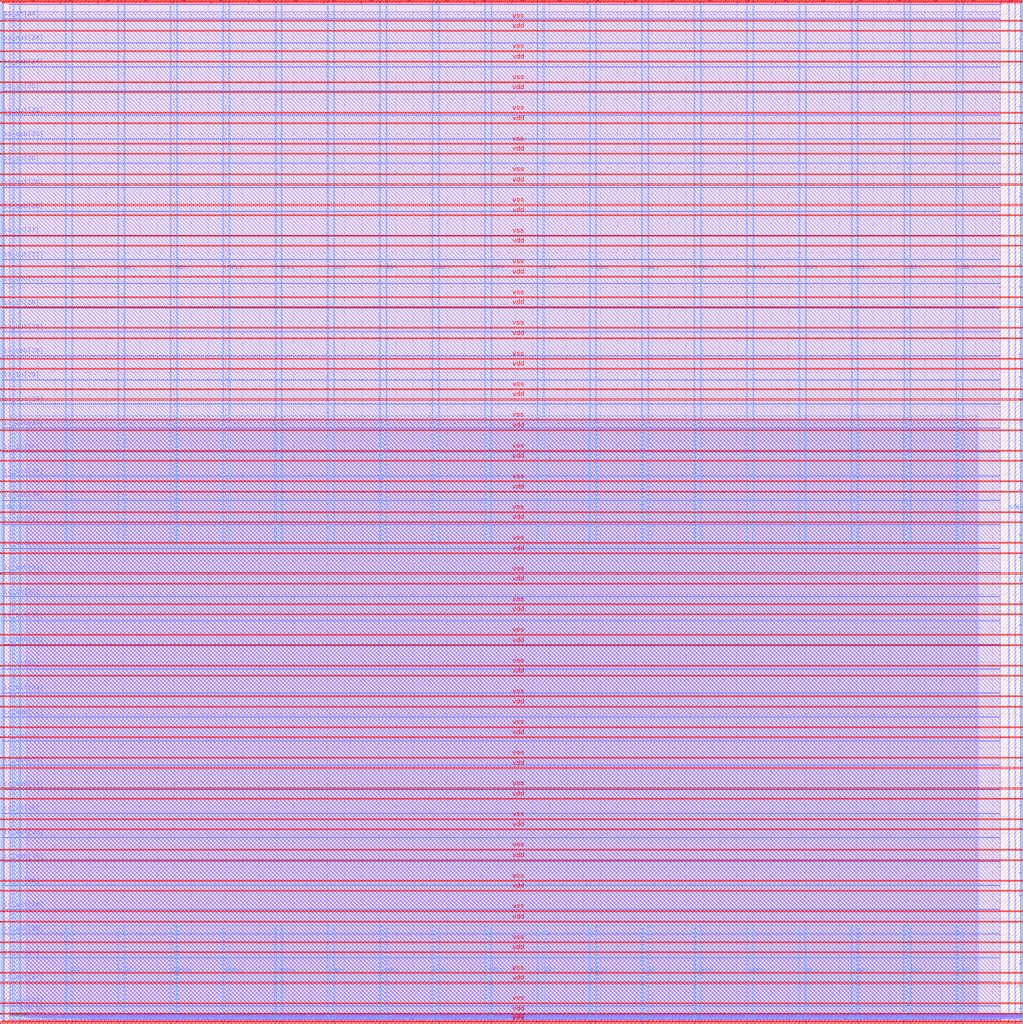
<source format=lef>
VERSION 5.7 ;
  NOWIREEXTENSIONATPIN ON ;
  DIVIDERCHAR "/" ;
  BUSBITCHARS "[]" ;
MACRO user_project_wrapper
  CLASS BLOCK ;
  FOREIGN user_project_wrapper ;
  ORIGIN 0.000 0.000 ;
  SIZE 2980.200 BY 2980.200 ;
  PIN io_in[0]
    DIRECTION INPUT ;
    USE SIGNAL ;
    PORT
      LAYER Metal3 ;
        RECT 2977.800 35.560 2985.000 36.680 ;
    END
  END io_in[0]
  PIN io_in[10]
    DIRECTION INPUT ;
    USE SIGNAL ;
    PORT
      LAYER Metal3 ;
        RECT 2977.800 2017.960 2985.000 2019.080 ;
    END
  END io_in[10]
  PIN io_in[11]
    DIRECTION INPUT ;
    USE SIGNAL ;
    PORT
      LAYER Metal3 ;
        RECT 2977.800 2216.200 2985.000 2217.320 ;
    END
  END io_in[11]
  PIN io_in[12]
    DIRECTION INPUT ;
    USE SIGNAL ;
    PORT
      LAYER Metal3 ;
        RECT 2977.800 2414.440 2985.000 2415.560 ;
    END
  END io_in[12]
  PIN io_in[13]
    DIRECTION INPUT ;
    USE SIGNAL ;
    PORT
      LAYER Metal3 ;
        RECT 2977.800 2612.680 2985.000 2613.800 ;
    END
  END io_in[13]
  PIN io_in[14]
    DIRECTION INPUT ;
    USE SIGNAL ;
    PORT
      LAYER Metal3 ;
        RECT 2977.800 2810.920 2985.000 2812.040 ;
    END
  END io_in[14]
  PIN io_in[15]
    DIRECTION INPUT ;
    USE SIGNAL ;
    PORT
      LAYER Metal2 ;
        RECT 2923.480 2977.800 2924.600 2985.000 ;
    END
  END io_in[15]
  PIN io_in[16]
    DIRECTION INPUT ;
    USE SIGNAL ;
    PORT
      LAYER Metal2 ;
        RECT 2592.520 2977.800 2593.640 2985.000 ;
    END
  END io_in[16]
  PIN io_in[17]
    DIRECTION INPUT ;
    USE SIGNAL ;
    PORT
      LAYER Metal2 ;
        RECT 2261.560 2977.800 2262.680 2985.000 ;
    END
  END io_in[17]
  PIN io_in[18]
    DIRECTION INPUT ;
    USE SIGNAL ;
    PORT
      LAYER Metal2 ;
        RECT 1930.600 2977.800 1931.720 2985.000 ;
    END
  END io_in[18]
  PIN io_in[19]
    DIRECTION INPUT ;
    USE SIGNAL ;
    PORT
      LAYER Metal2 ;
        RECT 1599.640 2977.800 1600.760 2985.000 ;
    END
  END io_in[19]
  PIN io_in[1]
    DIRECTION INPUT ;
    USE SIGNAL ;
    PORT
      LAYER Metal3 ;
        RECT 2977.800 233.800 2985.000 234.920 ;
    END
  END io_in[1]
  PIN io_in[20]
    DIRECTION INPUT ;
    USE SIGNAL ;
    PORT
      LAYER Metal2 ;
        RECT 1268.680 2977.800 1269.800 2985.000 ;
    END
  END io_in[20]
  PIN io_in[21]
    DIRECTION INPUT ;
    USE SIGNAL ;
    PORT
      LAYER Metal2 ;
        RECT 937.720 2977.800 938.840 2985.000 ;
    END
  END io_in[21]
  PIN io_in[22]
    DIRECTION INPUT ;
    USE SIGNAL ;
    PORT
      LAYER Metal2 ;
        RECT 606.760 2977.800 607.880 2985.000 ;
    END
  END io_in[22]
  PIN io_in[23]
    DIRECTION INPUT ;
    USE SIGNAL ;
    PORT
      LAYER Metal2 ;
        RECT 275.800 2977.800 276.920 2985.000 ;
    END
  END io_in[23]
  PIN io_in[24]
    DIRECTION INPUT ;
    USE SIGNAL ;
    PORT
      LAYER Metal3 ;
        RECT -4.800 2935.800 2.400 2936.920 ;
    END
  END io_in[24]
  PIN io_in[25]
    DIRECTION INPUT ;
    USE SIGNAL ;
    PORT
      LAYER Metal3 ;
        RECT -4.800 2724.120 2.400 2725.240 ;
    END
  END io_in[25]
  PIN io_in[26]
    DIRECTION INPUT ;
    USE SIGNAL ;
    PORT
      LAYER Metal3 ;
        RECT -4.800 2512.440 2.400 2513.560 ;
    END
  END io_in[26]
  PIN io_in[27]
    DIRECTION INPUT ;
    USE SIGNAL ;
    PORT
      LAYER Metal3 ;
        RECT -4.800 2300.760 2.400 2301.880 ;
    END
  END io_in[27]
  PIN io_in[28]
    DIRECTION INPUT ;
    USE SIGNAL ;
    PORT
      LAYER Metal3 ;
        RECT -4.800 2089.080 2.400 2090.200 ;
    END
  END io_in[28]
  PIN io_in[29]
    DIRECTION INPUT ;
    USE SIGNAL ;
    PORT
      LAYER Metal3 ;
        RECT -4.800 1877.400 2.400 1878.520 ;
    END
  END io_in[29]
  PIN io_in[2]
    DIRECTION INPUT ;
    USE SIGNAL ;
    PORT
      LAYER Metal3 ;
        RECT 2977.800 432.040 2985.000 433.160 ;
    END
  END io_in[2]
  PIN io_in[30]
    DIRECTION INPUT ;
    USE SIGNAL ;
    PORT
      LAYER Metal3 ;
        RECT -4.800 1665.720 2.400 1666.840 ;
    END
  END io_in[30]
  PIN io_in[31]
    DIRECTION INPUT ;
    USE SIGNAL ;
    PORT
      LAYER Metal3 ;
        RECT -4.800 1454.040 2.400 1455.160 ;
    END
  END io_in[31]
  PIN io_in[32]
    DIRECTION INPUT ;
    USE SIGNAL ;
    PORT
      LAYER Metal3 ;
        RECT -4.800 1242.360 2.400 1243.480 ;
    END
  END io_in[32]
  PIN io_in[33]
    DIRECTION INPUT ;
    USE SIGNAL ;
    PORT
      LAYER Metal3 ;
        RECT -4.800 1030.680 2.400 1031.800 ;
    END
  END io_in[33]
  PIN io_in[34]
    DIRECTION INPUT ;
    USE SIGNAL ;
    PORT
      LAYER Metal3 ;
        RECT -4.800 819.000 2.400 820.120 ;
    END
  END io_in[34]
  PIN io_in[35]
    DIRECTION INPUT ;
    USE SIGNAL ;
    PORT
      LAYER Metal3 ;
        RECT -4.800 607.320 2.400 608.440 ;
    END
  END io_in[35]
  PIN io_in[36]
    DIRECTION INPUT ;
    USE SIGNAL ;
    PORT
      LAYER Metal3 ;
        RECT -4.800 395.640 2.400 396.760 ;
    END
  END io_in[36]
  PIN io_in[37]
    DIRECTION INPUT ;
    USE SIGNAL ;
    PORT
      LAYER Metal3 ;
        RECT -4.800 183.960 2.400 185.080 ;
    END
  END io_in[37]
  PIN io_in[3]
    DIRECTION INPUT ;
    USE SIGNAL ;
    PORT
      LAYER Metal3 ;
        RECT 2977.800 630.280 2985.000 631.400 ;
    END
  END io_in[3]
  PIN io_in[4]
    DIRECTION INPUT ;
    USE SIGNAL ;
    PORT
      LAYER Metal3 ;
        RECT 2977.800 828.520 2985.000 829.640 ;
    END
  END io_in[4]
  PIN io_in[5]
    DIRECTION INPUT ;
    USE SIGNAL ;
    PORT
      LAYER Metal3 ;
        RECT 2977.800 1026.760 2985.000 1027.880 ;
    END
  END io_in[5]
  PIN io_in[6]
    DIRECTION INPUT ;
    USE SIGNAL ;
    PORT
      LAYER Metal3 ;
        RECT 2977.800 1225.000 2985.000 1226.120 ;
    END
  END io_in[6]
  PIN io_in[7]
    DIRECTION INPUT ;
    USE SIGNAL ;
    PORT
      LAYER Metal3 ;
        RECT 2977.800 1423.240 2985.000 1424.360 ;
    END
  END io_in[7]
  PIN io_in[8]
    DIRECTION INPUT ;
    USE SIGNAL ;
    PORT
      LAYER Metal3 ;
        RECT 2977.800 1621.480 2985.000 1622.600 ;
    END
  END io_in[8]
  PIN io_in[9]
    DIRECTION INPUT ;
    USE SIGNAL ;
    PORT
      LAYER Metal3 ;
        RECT 2977.800 1819.720 2985.000 1820.840 ;
    END
  END io_in[9]
  PIN io_oeb[0]
    DIRECTION OUTPUT TRISTATE ;
    USE SIGNAL ;
    PORT
      LAYER Metal3 ;
        RECT 2977.800 167.720 2985.000 168.840 ;
    END
  END io_oeb[0]
  PIN io_oeb[10]
    DIRECTION OUTPUT TRISTATE ;
    USE SIGNAL ;
    PORT
      LAYER Metal3 ;
        RECT 2977.800 2150.120 2985.000 2151.240 ;
    END
  END io_oeb[10]
  PIN io_oeb[11]
    DIRECTION OUTPUT TRISTATE ;
    USE SIGNAL ;
    PORT
      LAYER Metal3 ;
        RECT 2977.800 2348.360 2985.000 2349.480 ;
    END
  END io_oeb[11]
  PIN io_oeb[12]
    DIRECTION OUTPUT TRISTATE ;
    USE SIGNAL ;
    PORT
      LAYER Metal3 ;
        RECT 2977.800 2546.600 2985.000 2547.720 ;
    END
  END io_oeb[12]
  PIN io_oeb[13]
    DIRECTION OUTPUT TRISTATE ;
    USE SIGNAL ;
    PORT
      LAYER Metal3 ;
        RECT 2977.800 2744.840 2985.000 2745.960 ;
    END
  END io_oeb[13]
  PIN io_oeb[14]
    DIRECTION OUTPUT TRISTATE ;
    USE SIGNAL ;
    PORT
      LAYER Metal3 ;
        RECT 2977.800 2943.080 2985.000 2944.200 ;
    END
  END io_oeb[14]
  PIN io_oeb[15]
    DIRECTION OUTPUT TRISTATE ;
    USE SIGNAL ;
    PORT
      LAYER Metal2 ;
        RECT 2702.840 2977.800 2703.960 2985.000 ;
    END
  END io_oeb[15]
  PIN io_oeb[16]
    DIRECTION OUTPUT TRISTATE ;
    USE SIGNAL ;
    PORT
      LAYER Metal2 ;
        RECT 2371.880 2977.800 2373.000 2985.000 ;
    END
  END io_oeb[16]
  PIN io_oeb[17]
    DIRECTION OUTPUT TRISTATE ;
    USE SIGNAL ;
    PORT
      LAYER Metal2 ;
        RECT 2040.920 2977.800 2042.040 2985.000 ;
    END
  END io_oeb[17]
  PIN io_oeb[18]
    DIRECTION OUTPUT TRISTATE ;
    USE SIGNAL ;
    PORT
      LAYER Metal2 ;
        RECT 1709.960 2977.800 1711.080 2985.000 ;
    END
  END io_oeb[18]
  PIN io_oeb[19]
    DIRECTION OUTPUT TRISTATE ;
    USE SIGNAL ;
    PORT
      LAYER Metal2 ;
        RECT 1379.000 2977.800 1380.120 2985.000 ;
    END
  END io_oeb[19]
  PIN io_oeb[1]
    DIRECTION OUTPUT TRISTATE ;
    USE SIGNAL ;
    PORT
      LAYER Metal3 ;
        RECT 2977.800 365.960 2985.000 367.080 ;
    END
  END io_oeb[1]
  PIN io_oeb[20]
    DIRECTION OUTPUT TRISTATE ;
    USE SIGNAL ;
    PORT
      LAYER Metal2 ;
        RECT 1048.040 2977.800 1049.160 2985.000 ;
    END
  END io_oeb[20]
  PIN io_oeb[21]
    DIRECTION OUTPUT TRISTATE ;
    USE SIGNAL ;
    PORT
      LAYER Metal2 ;
        RECT 717.080 2977.800 718.200 2985.000 ;
    END
  END io_oeb[21]
  PIN io_oeb[22]
    DIRECTION OUTPUT TRISTATE ;
    USE SIGNAL ;
    PORT
      LAYER Metal2 ;
        RECT 386.120 2977.800 387.240 2985.000 ;
    END
  END io_oeb[22]
  PIN io_oeb[23]
    DIRECTION OUTPUT TRISTATE ;
    USE SIGNAL ;
    PORT
      LAYER Metal2 ;
        RECT 55.160 2977.800 56.280 2985.000 ;
    END
  END io_oeb[23]
  PIN io_oeb[24]
    DIRECTION OUTPUT TRISTATE ;
    USE SIGNAL ;
    PORT
      LAYER Metal3 ;
        RECT -4.800 2794.680 2.400 2795.800 ;
    END
  END io_oeb[24]
  PIN io_oeb[25]
    DIRECTION OUTPUT TRISTATE ;
    USE SIGNAL ;
    PORT
      LAYER Metal3 ;
        RECT -4.800 2583.000 2.400 2584.120 ;
    END
  END io_oeb[25]
  PIN io_oeb[26]
    DIRECTION OUTPUT TRISTATE ;
    USE SIGNAL ;
    PORT
      LAYER Metal3 ;
        RECT -4.800 2371.320 2.400 2372.440 ;
    END
  END io_oeb[26]
  PIN io_oeb[27]
    DIRECTION OUTPUT TRISTATE ;
    USE SIGNAL ;
    PORT
      LAYER Metal3 ;
        RECT -4.800 2159.640 2.400 2160.760 ;
    END
  END io_oeb[27]
  PIN io_oeb[28]
    DIRECTION OUTPUT TRISTATE ;
    USE SIGNAL ;
    PORT
      LAYER Metal3 ;
        RECT -4.800 1947.960 2.400 1949.080 ;
    END
  END io_oeb[28]
  PIN io_oeb[29]
    DIRECTION OUTPUT TRISTATE ;
    USE SIGNAL ;
    PORT
      LAYER Metal3 ;
        RECT -4.800 1736.280 2.400 1737.400 ;
    END
  END io_oeb[29]
  PIN io_oeb[2]
    DIRECTION OUTPUT TRISTATE ;
    USE SIGNAL ;
    PORT
      LAYER Metal3 ;
        RECT 2977.800 564.200 2985.000 565.320 ;
    END
  END io_oeb[2]
  PIN io_oeb[30]
    DIRECTION OUTPUT TRISTATE ;
    USE SIGNAL ;
    PORT
      LAYER Metal3 ;
        RECT -4.800 1524.600 2.400 1525.720 ;
    END
  END io_oeb[30]
  PIN io_oeb[31]
    DIRECTION OUTPUT TRISTATE ;
    USE SIGNAL ;
    PORT
      LAYER Metal3 ;
        RECT -4.800 1312.920 2.400 1314.040 ;
    END
  END io_oeb[31]
  PIN io_oeb[32]
    DIRECTION OUTPUT TRISTATE ;
    USE SIGNAL ;
    PORT
      LAYER Metal3 ;
        RECT -4.800 1101.240 2.400 1102.360 ;
    END
  END io_oeb[32]
  PIN io_oeb[33]
    DIRECTION OUTPUT TRISTATE ;
    USE SIGNAL ;
    PORT
      LAYER Metal3 ;
        RECT -4.800 889.560 2.400 890.680 ;
    END
  END io_oeb[33]
  PIN io_oeb[34]
    DIRECTION OUTPUT TRISTATE ;
    USE SIGNAL ;
    PORT
      LAYER Metal3 ;
        RECT -4.800 677.880 2.400 679.000 ;
    END
  END io_oeb[34]
  PIN io_oeb[35]
    DIRECTION OUTPUT TRISTATE ;
    USE SIGNAL ;
    PORT
      LAYER Metal3 ;
        RECT -4.800 466.200 2.400 467.320 ;
    END
  END io_oeb[35]
  PIN io_oeb[36]
    DIRECTION OUTPUT TRISTATE ;
    USE SIGNAL ;
    PORT
      LAYER Metal3 ;
        RECT -4.800 254.520 2.400 255.640 ;
    END
  END io_oeb[36]
  PIN io_oeb[37]
    DIRECTION OUTPUT TRISTATE ;
    USE SIGNAL ;
    PORT
      LAYER Metal3 ;
        RECT -4.800 42.840 2.400 43.960 ;
    END
  END io_oeb[37]
  PIN io_oeb[3]
    DIRECTION OUTPUT TRISTATE ;
    USE SIGNAL ;
    PORT
      LAYER Metal3 ;
        RECT 2977.800 762.440 2985.000 763.560 ;
    END
  END io_oeb[3]
  PIN io_oeb[4]
    DIRECTION OUTPUT TRISTATE ;
    USE SIGNAL ;
    PORT
      LAYER Metal3 ;
        RECT 2977.800 960.680 2985.000 961.800 ;
    END
  END io_oeb[4]
  PIN io_oeb[5]
    DIRECTION OUTPUT TRISTATE ;
    USE SIGNAL ;
    PORT
      LAYER Metal3 ;
        RECT 2977.800 1158.920 2985.000 1160.040 ;
    END
  END io_oeb[5]
  PIN io_oeb[6]
    DIRECTION OUTPUT TRISTATE ;
    USE SIGNAL ;
    PORT
      LAYER Metal3 ;
        RECT 2977.800 1357.160 2985.000 1358.280 ;
    END
  END io_oeb[6]
  PIN io_oeb[7]
    DIRECTION OUTPUT TRISTATE ;
    USE SIGNAL ;
    PORT
      LAYER Metal3 ;
        RECT 2977.800 1555.400 2985.000 1556.520 ;
    END
  END io_oeb[7]
  PIN io_oeb[8]
    DIRECTION OUTPUT TRISTATE ;
    USE SIGNAL ;
    PORT
      LAYER Metal3 ;
        RECT 2977.800 1753.640 2985.000 1754.760 ;
    END
  END io_oeb[8]
  PIN io_oeb[9]
    DIRECTION OUTPUT TRISTATE ;
    USE SIGNAL ;
    PORT
      LAYER Metal3 ;
        RECT 2977.800 1951.880 2985.000 1953.000 ;
    END
  END io_oeb[9]
  PIN io_out[0]
    DIRECTION OUTPUT TRISTATE ;
    USE SIGNAL ;
    PORT
      LAYER Metal3 ;
        RECT 2977.800 101.640 2985.000 102.760 ;
    END
  END io_out[0]
  PIN io_out[10]
    DIRECTION OUTPUT TRISTATE ;
    USE SIGNAL ;
    PORT
      LAYER Metal3 ;
        RECT 2977.800 2084.040 2985.000 2085.160 ;
    END
  END io_out[10]
  PIN io_out[11]
    DIRECTION OUTPUT TRISTATE ;
    USE SIGNAL ;
    PORT
      LAYER Metal3 ;
        RECT 2977.800 2282.280 2985.000 2283.400 ;
    END
  END io_out[11]
  PIN io_out[12]
    DIRECTION OUTPUT TRISTATE ;
    USE SIGNAL ;
    PORT
      LAYER Metal3 ;
        RECT 2977.800 2480.520 2985.000 2481.640 ;
    END
  END io_out[12]
  PIN io_out[13]
    DIRECTION OUTPUT TRISTATE ;
    USE SIGNAL ;
    PORT
      LAYER Metal3 ;
        RECT 2977.800 2678.760 2985.000 2679.880 ;
    END
  END io_out[13]
  PIN io_out[14]
    DIRECTION OUTPUT TRISTATE ;
    USE SIGNAL ;
    PORT
      LAYER Metal3 ;
        RECT 2977.800 2877.000 2985.000 2878.120 ;
    END
  END io_out[14]
  PIN io_out[15]
    DIRECTION OUTPUT TRISTATE ;
    USE SIGNAL ;
    PORT
      LAYER Metal2 ;
        RECT 2813.160 2977.800 2814.280 2985.000 ;
    END
  END io_out[15]
  PIN io_out[16]
    DIRECTION OUTPUT TRISTATE ;
    USE SIGNAL ;
    PORT
      LAYER Metal2 ;
        RECT 2482.200 2977.800 2483.320 2985.000 ;
    END
  END io_out[16]
  PIN io_out[17]
    DIRECTION OUTPUT TRISTATE ;
    USE SIGNAL ;
    PORT
      LAYER Metal2 ;
        RECT 2151.240 2977.800 2152.360 2985.000 ;
    END
  END io_out[17]
  PIN io_out[18]
    DIRECTION OUTPUT TRISTATE ;
    USE SIGNAL ;
    PORT
      LAYER Metal2 ;
        RECT 1820.280 2977.800 1821.400 2985.000 ;
    END
  END io_out[18]
  PIN io_out[19]
    DIRECTION OUTPUT TRISTATE ;
    USE SIGNAL ;
    PORT
      LAYER Metal2 ;
        RECT 1489.320 2977.800 1490.440 2985.000 ;
    END
  END io_out[19]
  PIN io_out[1]
    DIRECTION OUTPUT TRISTATE ;
    USE SIGNAL ;
    PORT
      LAYER Metal3 ;
        RECT 2977.800 299.880 2985.000 301.000 ;
    END
  END io_out[1]
  PIN io_out[20]
    DIRECTION OUTPUT TRISTATE ;
    USE SIGNAL ;
    PORT
      LAYER Metal2 ;
        RECT 1158.360 2977.800 1159.480 2985.000 ;
    END
  END io_out[20]
  PIN io_out[21]
    DIRECTION OUTPUT TRISTATE ;
    USE SIGNAL ;
    PORT
      LAYER Metal2 ;
        RECT 827.400 2977.800 828.520 2985.000 ;
    END
  END io_out[21]
  PIN io_out[22]
    DIRECTION OUTPUT TRISTATE ;
    USE SIGNAL ;
    PORT
      LAYER Metal2 ;
        RECT 496.440 2977.800 497.560 2985.000 ;
    END
  END io_out[22]
  PIN io_out[23]
    DIRECTION OUTPUT TRISTATE ;
    USE SIGNAL ;
    PORT
      LAYER Metal2 ;
        RECT 165.480 2977.800 166.600 2985.000 ;
    END
  END io_out[23]
  PIN io_out[24]
    DIRECTION OUTPUT TRISTATE ;
    USE SIGNAL ;
    PORT
      LAYER Metal3 ;
        RECT -4.800 2865.240 2.400 2866.360 ;
    END
  END io_out[24]
  PIN io_out[25]
    DIRECTION OUTPUT TRISTATE ;
    USE SIGNAL ;
    PORT
      LAYER Metal3 ;
        RECT -4.800 2653.560 2.400 2654.680 ;
    END
  END io_out[25]
  PIN io_out[26]
    DIRECTION OUTPUT TRISTATE ;
    USE SIGNAL ;
    PORT
      LAYER Metal3 ;
        RECT -4.800 2441.880 2.400 2443.000 ;
    END
  END io_out[26]
  PIN io_out[27]
    DIRECTION OUTPUT TRISTATE ;
    USE SIGNAL ;
    PORT
      LAYER Metal3 ;
        RECT -4.800 2230.200 2.400 2231.320 ;
    END
  END io_out[27]
  PIN io_out[28]
    DIRECTION OUTPUT TRISTATE ;
    USE SIGNAL ;
    PORT
      LAYER Metal3 ;
        RECT -4.800 2018.520 2.400 2019.640 ;
    END
  END io_out[28]
  PIN io_out[29]
    DIRECTION OUTPUT TRISTATE ;
    USE SIGNAL ;
    PORT
      LAYER Metal3 ;
        RECT -4.800 1806.840 2.400 1807.960 ;
    END
  END io_out[29]
  PIN io_out[2]
    DIRECTION OUTPUT TRISTATE ;
    USE SIGNAL ;
    PORT
      LAYER Metal3 ;
        RECT 2977.800 498.120 2985.000 499.240 ;
    END
  END io_out[2]
  PIN io_out[30]
    DIRECTION OUTPUT TRISTATE ;
    USE SIGNAL ;
    PORT
      LAYER Metal3 ;
        RECT -4.800 1595.160 2.400 1596.280 ;
    END
  END io_out[30]
  PIN io_out[31]
    DIRECTION OUTPUT TRISTATE ;
    USE SIGNAL ;
    PORT
      LAYER Metal3 ;
        RECT -4.800 1383.480 2.400 1384.600 ;
    END
  END io_out[31]
  PIN io_out[32]
    DIRECTION OUTPUT TRISTATE ;
    USE SIGNAL ;
    PORT
      LAYER Metal3 ;
        RECT -4.800 1171.800 2.400 1172.920 ;
    END
  END io_out[32]
  PIN io_out[33]
    DIRECTION OUTPUT TRISTATE ;
    USE SIGNAL ;
    PORT
      LAYER Metal3 ;
        RECT -4.800 960.120 2.400 961.240 ;
    END
  END io_out[33]
  PIN io_out[34]
    DIRECTION OUTPUT TRISTATE ;
    USE SIGNAL ;
    PORT
      LAYER Metal3 ;
        RECT -4.800 748.440 2.400 749.560 ;
    END
  END io_out[34]
  PIN io_out[35]
    DIRECTION OUTPUT TRISTATE ;
    USE SIGNAL ;
    PORT
      LAYER Metal3 ;
        RECT -4.800 536.760 2.400 537.880 ;
    END
  END io_out[35]
  PIN io_out[36]
    DIRECTION OUTPUT TRISTATE ;
    USE SIGNAL ;
    PORT
      LAYER Metal3 ;
        RECT -4.800 325.080 2.400 326.200 ;
    END
  END io_out[36]
  PIN io_out[37]
    DIRECTION OUTPUT TRISTATE ;
    USE SIGNAL ;
    PORT
      LAYER Metal3 ;
        RECT -4.800 113.400 2.400 114.520 ;
    END
  END io_out[37]
  PIN io_out[3]
    DIRECTION OUTPUT TRISTATE ;
    USE SIGNAL ;
    PORT
      LAYER Metal3 ;
        RECT 2977.800 696.360 2985.000 697.480 ;
    END
  END io_out[3]
  PIN io_out[4]
    DIRECTION OUTPUT TRISTATE ;
    USE SIGNAL ;
    PORT
      LAYER Metal3 ;
        RECT 2977.800 894.600 2985.000 895.720 ;
    END
  END io_out[4]
  PIN io_out[5]
    DIRECTION OUTPUT TRISTATE ;
    USE SIGNAL ;
    PORT
      LAYER Metal3 ;
        RECT 2977.800 1092.840 2985.000 1093.960 ;
    END
  END io_out[5]
  PIN io_out[6]
    DIRECTION OUTPUT TRISTATE ;
    USE SIGNAL ;
    PORT
      LAYER Metal3 ;
        RECT 2977.800 1291.080 2985.000 1292.200 ;
    END
  END io_out[6]
  PIN io_out[7]
    DIRECTION OUTPUT TRISTATE ;
    USE SIGNAL ;
    PORT
      LAYER Metal3 ;
        RECT 2977.800 1489.320 2985.000 1490.440 ;
    END
  END io_out[7]
  PIN io_out[8]
    DIRECTION OUTPUT TRISTATE ;
    USE SIGNAL ;
    PORT
      LAYER Metal3 ;
        RECT 2977.800 1687.560 2985.000 1688.680 ;
    END
  END io_out[8]
  PIN io_out[9]
    DIRECTION OUTPUT TRISTATE ;
    USE SIGNAL ;
    PORT
      LAYER Metal3 ;
        RECT 2977.800 1885.800 2985.000 1886.920 ;
    END
  END io_out[9]
  PIN la_data_in[0]
    DIRECTION INPUT ;
    USE SIGNAL ;
    PORT
      LAYER Metal2 ;
        RECT 1065.960 -4.800 1067.080 2.400 ;
    END
  END la_data_in[0]
  PIN la_data_in[10]
    DIRECTION INPUT ;
    USE SIGNAL ;
    PORT
      LAYER Metal2 ;
        RECT 1351.560 -4.800 1352.680 2.400 ;
    END
  END la_data_in[10]
  PIN la_data_in[11]
    DIRECTION INPUT ;
    USE SIGNAL ;
    PORT
      LAYER Metal2 ;
        RECT 1380.120 -4.800 1381.240 2.400 ;
    END
  END la_data_in[11]
  PIN la_data_in[12]
    DIRECTION INPUT ;
    USE SIGNAL ;
    PORT
      LAYER Metal2 ;
        RECT 1408.680 -4.800 1409.800 2.400 ;
    END
  END la_data_in[12]
  PIN la_data_in[13]
    DIRECTION INPUT ;
    USE SIGNAL ;
    PORT
      LAYER Metal2 ;
        RECT 1437.240 -4.800 1438.360 2.400 ;
    END
  END la_data_in[13]
  PIN la_data_in[14]
    DIRECTION INPUT ;
    USE SIGNAL ;
    PORT
      LAYER Metal2 ;
        RECT 1465.800 -4.800 1466.920 2.400 ;
    END
  END la_data_in[14]
  PIN la_data_in[15]
    DIRECTION INPUT ;
    USE SIGNAL ;
    PORT
      LAYER Metal2 ;
        RECT 1494.360 -4.800 1495.480 2.400 ;
    END
  END la_data_in[15]
  PIN la_data_in[16]
    DIRECTION INPUT ;
    USE SIGNAL ;
    PORT
      LAYER Metal2 ;
        RECT 1522.920 -4.800 1524.040 2.400 ;
    END
  END la_data_in[16]
  PIN la_data_in[17]
    DIRECTION INPUT ;
    USE SIGNAL ;
    PORT
      LAYER Metal2 ;
        RECT 1551.480 -4.800 1552.600 2.400 ;
    END
  END la_data_in[17]
  PIN la_data_in[18]
    DIRECTION INPUT ;
    USE SIGNAL ;
    PORT
      LAYER Metal2 ;
        RECT 1580.040 -4.800 1581.160 2.400 ;
    END
  END la_data_in[18]
  PIN la_data_in[19]
    DIRECTION INPUT ;
    USE SIGNAL ;
    PORT
      LAYER Metal2 ;
        RECT 1608.600 -4.800 1609.720 2.400 ;
    END
  END la_data_in[19]
  PIN la_data_in[1]
    DIRECTION INPUT ;
    USE SIGNAL ;
    PORT
      LAYER Metal2 ;
        RECT 1094.520 -4.800 1095.640 2.400 ;
    END
  END la_data_in[1]
  PIN la_data_in[20]
    DIRECTION INPUT ;
    USE SIGNAL ;
    PORT
      LAYER Metal2 ;
        RECT 1637.160 -4.800 1638.280 2.400 ;
    END
  END la_data_in[20]
  PIN la_data_in[21]
    DIRECTION INPUT ;
    USE SIGNAL ;
    PORT
      LAYER Metal2 ;
        RECT 1665.720 -4.800 1666.840 2.400 ;
    END
  END la_data_in[21]
  PIN la_data_in[22]
    DIRECTION INPUT ;
    USE SIGNAL ;
    PORT
      LAYER Metal2 ;
        RECT 1694.280 -4.800 1695.400 2.400 ;
    END
  END la_data_in[22]
  PIN la_data_in[23]
    DIRECTION INPUT ;
    USE SIGNAL ;
    PORT
      LAYER Metal2 ;
        RECT 1722.840 -4.800 1723.960 2.400 ;
    END
  END la_data_in[23]
  PIN la_data_in[24]
    DIRECTION INPUT ;
    USE SIGNAL ;
    PORT
      LAYER Metal2 ;
        RECT 1751.400 -4.800 1752.520 2.400 ;
    END
  END la_data_in[24]
  PIN la_data_in[25]
    DIRECTION INPUT ;
    USE SIGNAL ;
    PORT
      LAYER Metal2 ;
        RECT 1779.960 -4.800 1781.080 2.400 ;
    END
  END la_data_in[25]
  PIN la_data_in[26]
    DIRECTION INPUT ;
    USE SIGNAL ;
    PORT
      LAYER Metal2 ;
        RECT 1808.520 -4.800 1809.640 2.400 ;
    END
  END la_data_in[26]
  PIN la_data_in[27]
    DIRECTION INPUT ;
    USE SIGNAL ;
    PORT
      LAYER Metal2 ;
        RECT 1837.080 -4.800 1838.200 2.400 ;
    END
  END la_data_in[27]
  PIN la_data_in[28]
    DIRECTION INPUT ;
    USE SIGNAL ;
    PORT
      LAYER Metal2 ;
        RECT 1865.640 -4.800 1866.760 2.400 ;
    END
  END la_data_in[28]
  PIN la_data_in[29]
    DIRECTION INPUT ;
    USE SIGNAL ;
    PORT
      LAYER Metal2 ;
        RECT 1894.200 -4.800 1895.320 2.400 ;
    END
  END la_data_in[29]
  PIN la_data_in[2]
    DIRECTION INPUT ;
    USE SIGNAL ;
    PORT
      LAYER Metal2 ;
        RECT 1123.080 -4.800 1124.200 2.400 ;
    END
  END la_data_in[2]
  PIN la_data_in[30]
    DIRECTION INPUT ;
    USE SIGNAL ;
    PORT
      LAYER Metal2 ;
        RECT 1922.760 -4.800 1923.880 2.400 ;
    END
  END la_data_in[30]
  PIN la_data_in[31]
    DIRECTION INPUT ;
    USE SIGNAL ;
    PORT
      LAYER Metal2 ;
        RECT 1951.320 -4.800 1952.440 2.400 ;
    END
  END la_data_in[31]
  PIN la_data_in[32]
    DIRECTION INPUT ;
    USE SIGNAL ;
    PORT
      LAYER Metal2 ;
        RECT 1979.880 -4.800 1981.000 2.400 ;
    END
  END la_data_in[32]
  PIN la_data_in[33]
    DIRECTION INPUT ;
    USE SIGNAL ;
    PORT
      LAYER Metal2 ;
        RECT 2008.440 -4.800 2009.560 2.400 ;
    END
  END la_data_in[33]
  PIN la_data_in[34]
    DIRECTION INPUT ;
    USE SIGNAL ;
    PORT
      LAYER Metal2 ;
        RECT 2037.000 -4.800 2038.120 2.400 ;
    END
  END la_data_in[34]
  PIN la_data_in[35]
    DIRECTION INPUT ;
    USE SIGNAL ;
    PORT
      LAYER Metal2 ;
        RECT 2065.560 -4.800 2066.680 2.400 ;
    END
  END la_data_in[35]
  PIN la_data_in[36]
    DIRECTION INPUT ;
    USE SIGNAL ;
    PORT
      LAYER Metal2 ;
        RECT 2094.120 -4.800 2095.240 2.400 ;
    END
  END la_data_in[36]
  PIN la_data_in[37]
    DIRECTION INPUT ;
    USE SIGNAL ;
    PORT
      LAYER Metal2 ;
        RECT 2122.680 -4.800 2123.800 2.400 ;
    END
  END la_data_in[37]
  PIN la_data_in[38]
    DIRECTION INPUT ;
    USE SIGNAL ;
    PORT
      LAYER Metal2 ;
        RECT 2151.240 -4.800 2152.360 2.400 ;
    END
  END la_data_in[38]
  PIN la_data_in[39]
    DIRECTION INPUT ;
    USE SIGNAL ;
    PORT
      LAYER Metal2 ;
        RECT 2179.800 -4.800 2180.920 2.400 ;
    END
  END la_data_in[39]
  PIN la_data_in[3]
    DIRECTION INPUT ;
    USE SIGNAL ;
    PORT
      LAYER Metal2 ;
        RECT 1151.640 -4.800 1152.760 2.400 ;
    END
  END la_data_in[3]
  PIN la_data_in[40]
    DIRECTION INPUT ;
    USE SIGNAL ;
    PORT
      LAYER Metal2 ;
        RECT 2208.360 -4.800 2209.480 2.400 ;
    END
  END la_data_in[40]
  PIN la_data_in[41]
    DIRECTION INPUT ;
    USE SIGNAL ;
    PORT
      LAYER Metal2 ;
        RECT 2236.920 -4.800 2238.040 2.400 ;
    END
  END la_data_in[41]
  PIN la_data_in[42]
    DIRECTION INPUT ;
    USE SIGNAL ;
    PORT
      LAYER Metal2 ;
        RECT 2265.480 -4.800 2266.600 2.400 ;
    END
  END la_data_in[42]
  PIN la_data_in[43]
    DIRECTION INPUT ;
    USE SIGNAL ;
    PORT
      LAYER Metal2 ;
        RECT 2294.040 -4.800 2295.160 2.400 ;
    END
  END la_data_in[43]
  PIN la_data_in[44]
    DIRECTION INPUT ;
    USE SIGNAL ;
    PORT
      LAYER Metal2 ;
        RECT 2322.600 -4.800 2323.720 2.400 ;
    END
  END la_data_in[44]
  PIN la_data_in[45]
    DIRECTION INPUT ;
    USE SIGNAL ;
    PORT
      LAYER Metal2 ;
        RECT 2351.160 -4.800 2352.280 2.400 ;
    END
  END la_data_in[45]
  PIN la_data_in[46]
    DIRECTION INPUT ;
    USE SIGNAL ;
    PORT
      LAYER Metal2 ;
        RECT 2379.720 -4.800 2380.840 2.400 ;
    END
  END la_data_in[46]
  PIN la_data_in[47]
    DIRECTION INPUT ;
    USE SIGNAL ;
    PORT
      LAYER Metal2 ;
        RECT 2408.280 -4.800 2409.400 2.400 ;
    END
  END la_data_in[47]
  PIN la_data_in[48]
    DIRECTION INPUT ;
    USE SIGNAL ;
    PORT
      LAYER Metal2 ;
        RECT 2436.840 -4.800 2437.960 2.400 ;
    END
  END la_data_in[48]
  PIN la_data_in[49]
    DIRECTION INPUT ;
    USE SIGNAL ;
    PORT
      LAYER Metal2 ;
        RECT 2465.400 -4.800 2466.520 2.400 ;
    END
  END la_data_in[49]
  PIN la_data_in[4]
    DIRECTION INPUT ;
    USE SIGNAL ;
    PORT
      LAYER Metal2 ;
        RECT 1180.200 -4.800 1181.320 2.400 ;
    END
  END la_data_in[4]
  PIN la_data_in[50]
    DIRECTION INPUT ;
    USE SIGNAL ;
    PORT
      LAYER Metal2 ;
        RECT 2493.960 -4.800 2495.080 2.400 ;
    END
  END la_data_in[50]
  PIN la_data_in[51]
    DIRECTION INPUT ;
    USE SIGNAL ;
    PORT
      LAYER Metal2 ;
        RECT 2522.520 -4.800 2523.640 2.400 ;
    END
  END la_data_in[51]
  PIN la_data_in[52]
    DIRECTION INPUT ;
    USE SIGNAL ;
    PORT
      LAYER Metal2 ;
        RECT 2551.080 -4.800 2552.200 2.400 ;
    END
  END la_data_in[52]
  PIN la_data_in[53]
    DIRECTION INPUT ;
    USE SIGNAL ;
    PORT
      LAYER Metal2 ;
        RECT 2579.640 -4.800 2580.760 2.400 ;
    END
  END la_data_in[53]
  PIN la_data_in[54]
    DIRECTION INPUT ;
    USE SIGNAL ;
    PORT
      LAYER Metal2 ;
        RECT 2608.200 -4.800 2609.320 2.400 ;
    END
  END la_data_in[54]
  PIN la_data_in[55]
    DIRECTION INPUT ;
    USE SIGNAL ;
    PORT
      LAYER Metal2 ;
        RECT 2636.760 -4.800 2637.880 2.400 ;
    END
  END la_data_in[55]
  PIN la_data_in[56]
    DIRECTION INPUT ;
    USE SIGNAL ;
    PORT
      LAYER Metal2 ;
        RECT 2665.320 -4.800 2666.440 2.400 ;
    END
  END la_data_in[56]
  PIN la_data_in[57]
    DIRECTION INPUT ;
    USE SIGNAL ;
    PORT
      LAYER Metal2 ;
        RECT 2693.880 -4.800 2695.000 2.400 ;
    END
  END la_data_in[57]
  PIN la_data_in[58]
    DIRECTION INPUT ;
    USE SIGNAL ;
    PORT
      LAYER Metal2 ;
        RECT 2722.440 -4.800 2723.560 2.400 ;
    END
  END la_data_in[58]
  PIN la_data_in[59]
    DIRECTION INPUT ;
    USE SIGNAL ;
    PORT
      LAYER Metal2 ;
        RECT 2751.000 -4.800 2752.120 2.400 ;
    END
  END la_data_in[59]
  PIN la_data_in[5]
    DIRECTION INPUT ;
    USE SIGNAL ;
    PORT
      LAYER Metal2 ;
        RECT 1208.760 -4.800 1209.880 2.400 ;
    END
  END la_data_in[5]
  PIN la_data_in[60]
    DIRECTION INPUT ;
    USE SIGNAL ;
    PORT
      LAYER Metal2 ;
        RECT 2779.560 -4.800 2780.680 2.400 ;
    END
  END la_data_in[60]
  PIN la_data_in[61]
    DIRECTION INPUT ;
    USE SIGNAL ;
    PORT
      LAYER Metal2 ;
        RECT 2808.120 -4.800 2809.240 2.400 ;
    END
  END la_data_in[61]
  PIN la_data_in[62]
    DIRECTION INPUT ;
    USE SIGNAL ;
    PORT
      LAYER Metal2 ;
        RECT 2836.680 -4.800 2837.800 2.400 ;
    END
  END la_data_in[62]
  PIN la_data_in[63]
    DIRECTION INPUT ;
    USE SIGNAL ;
    PORT
      LAYER Metal2 ;
        RECT 2865.240 -4.800 2866.360 2.400 ;
    END
  END la_data_in[63]
  PIN la_data_in[6]
    DIRECTION INPUT ;
    USE SIGNAL ;
    PORT
      LAYER Metal2 ;
        RECT 1237.320 -4.800 1238.440 2.400 ;
    END
  END la_data_in[6]
  PIN la_data_in[7]
    DIRECTION INPUT ;
    USE SIGNAL ;
    PORT
      LAYER Metal2 ;
        RECT 1265.880 -4.800 1267.000 2.400 ;
    END
  END la_data_in[7]
  PIN la_data_in[8]
    DIRECTION INPUT ;
    USE SIGNAL ;
    PORT
      LAYER Metal2 ;
        RECT 1294.440 -4.800 1295.560 2.400 ;
    END
  END la_data_in[8]
  PIN la_data_in[9]
    DIRECTION INPUT ;
    USE SIGNAL ;
    PORT
      LAYER Metal2 ;
        RECT 1323.000 -4.800 1324.120 2.400 ;
    END
  END la_data_in[9]
  PIN la_data_out[0]
    DIRECTION OUTPUT TRISTATE ;
    USE SIGNAL ;
    PORT
      LAYER Metal2 ;
        RECT 1075.480 -4.800 1076.600 2.400 ;
    END
  END la_data_out[0]
  PIN la_data_out[10]
    DIRECTION OUTPUT TRISTATE ;
    USE SIGNAL ;
    PORT
      LAYER Metal2 ;
        RECT 1361.080 -4.800 1362.200 2.400 ;
    END
  END la_data_out[10]
  PIN la_data_out[11]
    DIRECTION OUTPUT TRISTATE ;
    USE SIGNAL ;
    PORT
      LAYER Metal2 ;
        RECT 1389.640 -4.800 1390.760 2.400 ;
    END
  END la_data_out[11]
  PIN la_data_out[12]
    DIRECTION OUTPUT TRISTATE ;
    USE SIGNAL ;
    PORT
      LAYER Metal2 ;
        RECT 1418.200 -4.800 1419.320 2.400 ;
    END
  END la_data_out[12]
  PIN la_data_out[13]
    DIRECTION OUTPUT TRISTATE ;
    USE SIGNAL ;
    PORT
      LAYER Metal2 ;
        RECT 1446.760 -4.800 1447.880 2.400 ;
    END
  END la_data_out[13]
  PIN la_data_out[14]
    DIRECTION OUTPUT TRISTATE ;
    USE SIGNAL ;
    PORT
      LAYER Metal2 ;
        RECT 1475.320 -4.800 1476.440 2.400 ;
    END
  END la_data_out[14]
  PIN la_data_out[15]
    DIRECTION OUTPUT TRISTATE ;
    USE SIGNAL ;
    PORT
      LAYER Metal2 ;
        RECT 1503.880 -4.800 1505.000 2.400 ;
    END
  END la_data_out[15]
  PIN la_data_out[16]
    DIRECTION OUTPUT TRISTATE ;
    USE SIGNAL ;
    PORT
      LAYER Metal2 ;
        RECT 1532.440 -4.800 1533.560 2.400 ;
    END
  END la_data_out[16]
  PIN la_data_out[17]
    DIRECTION OUTPUT TRISTATE ;
    USE SIGNAL ;
    PORT
      LAYER Metal2 ;
        RECT 1561.000 -4.800 1562.120 2.400 ;
    END
  END la_data_out[17]
  PIN la_data_out[18]
    DIRECTION OUTPUT TRISTATE ;
    USE SIGNAL ;
    PORT
      LAYER Metal2 ;
        RECT 1589.560 -4.800 1590.680 2.400 ;
    END
  END la_data_out[18]
  PIN la_data_out[19]
    DIRECTION OUTPUT TRISTATE ;
    USE SIGNAL ;
    PORT
      LAYER Metal2 ;
        RECT 1618.120 -4.800 1619.240 2.400 ;
    END
  END la_data_out[19]
  PIN la_data_out[1]
    DIRECTION OUTPUT TRISTATE ;
    USE SIGNAL ;
    PORT
      LAYER Metal2 ;
        RECT 1104.040 -4.800 1105.160 2.400 ;
    END
  END la_data_out[1]
  PIN la_data_out[20]
    DIRECTION OUTPUT TRISTATE ;
    USE SIGNAL ;
    PORT
      LAYER Metal2 ;
        RECT 1646.680 -4.800 1647.800 2.400 ;
    END
  END la_data_out[20]
  PIN la_data_out[21]
    DIRECTION OUTPUT TRISTATE ;
    USE SIGNAL ;
    PORT
      LAYER Metal2 ;
        RECT 1675.240 -4.800 1676.360 2.400 ;
    END
  END la_data_out[21]
  PIN la_data_out[22]
    DIRECTION OUTPUT TRISTATE ;
    USE SIGNAL ;
    PORT
      LAYER Metal2 ;
        RECT 1703.800 -4.800 1704.920 2.400 ;
    END
  END la_data_out[22]
  PIN la_data_out[23]
    DIRECTION OUTPUT TRISTATE ;
    USE SIGNAL ;
    PORT
      LAYER Metal2 ;
        RECT 1732.360 -4.800 1733.480 2.400 ;
    END
  END la_data_out[23]
  PIN la_data_out[24]
    DIRECTION OUTPUT TRISTATE ;
    USE SIGNAL ;
    PORT
      LAYER Metal2 ;
        RECT 1760.920 -4.800 1762.040 2.400 ;
    END
  END la_data_out[24]
  PIN la_data_out[25]
    DIRECTION OUTPUT TRISTATE ;
    USE SIGNAL ;
    PORT
      LAYER Metal2 ;
        RECT 1789.480 -4.800 1790.600 2.400 ;
    END
  END la_data_out[25]
  PIN la_data_out[26]
    DIRECTION OUTPUT TRISTATE ;
    USE SIGNAL ;
    PORT
      LAYER Metal2 ;
        RECT 1818.040 -4.800 1819.160 2.400 ;
    END
  END la_data_out[26]
  PIN la_data_out[27]
    DIRECTION OUTPUT TRISTATE ;
    USE SIGNAL ;
    PORT
      LAYER Metal2 ;
        RECT 1846.600 -4.800 1847.720 2.400 ;
    END
  END la_data_out[27]
  PIN la_data_out[28]
    DIRECTION OUTPUT TRISTATE ;
    USE SIGNAL ;
    PORT
      LAYER Metal2 ;
        RECT 1875.160 -4.800 1876.280 2.400 ;
    END
  END la_data_out[28]
  PIN la_data_out[29]
    DIRECTION OUTPUT TRISTATE ;
    USE SIGNAL ;
    PORT
      LAYER Metal2 ;
        RECT 1903.720 -4.800 1904.840 2.400 ;
    END
  END la_data_out[29]
  PIN la_data_out[2]
    DIRECTION OUTPUT TRISTATE ;
    USE SIGNAL ;
    PORT
      LAYER Metal2 ;
        RECT 1132.600 -4.800 1133.720 2.400 ;
    END
  END la_data_out[2]
  PIN la_data_out[30]
    DIRECTION OUTPUT TRISTATE ;
    USE SIGNAL ;
    PORT
      LAYER Metal2 ;
        RECT 1932.280 -4.800 1933.400 2.400 ;
    END
  END la_data_out[30]
  PIN la_data_out[31]
    DIRECTION OUTPUT TRISTATE ;
    USE SIGNAL ;
    PORT
      LAYER Metal2 ;
        RECT 1960.840 -4.800 1961.960 2.400 ;
    END
  END la_data_out[31]
  PIN la_data_out[32]
    DIRECTION OUTPUT TRISTATE ;
    USE SIGNAL ;
    PORT
      LAYER Metal2 ;
        RECT 1989.400 -4.800 1990.520 2.400 ;
    END
  END la_data_out[32]
  PIN la_data_out[33]
    DIRECTION OUTPUT TRISTATE ;
    USE SIGNAL ;
    PORT
      LAYER Metal2 ;
        RECT 2017.960 -4.800 2019.080 2.400 ;
    END
  END la_data_out[33]
  PIN la_data_out[34]
    DIRECTION OUTPUT TRISTATE ;
    USE SIGNAL ;
    PORT
      LAYER Metal2 ;
        RECT 2046.520 -4.800 2047.640 2.400 ;
    END
  END la_data_out[34]
  PIN la_data_out[35]
    DIRECTION OUTPUT TRISTATE ;
    USE SIGNAL ;
    PORT
      LAYER Metal2 ;
        RECT 2075.080 -4.800 2076.200 2.400 ;
    END
  END la_data_out[35]
  PIN la_data_out[36]
    DIRECTION OUTPUT TRISTATE ;
    USE SIGNAL ;
    PORT
      LAYER Metal2 ;
        RECT 2103.640 -4.800 2104.760 2.400 ;
    END
  END la_data_out[36]
  PIN la_data_out[37]
    DIRECTION OUTPUT TRISTATE ;
    USE SIGNAL ;
    PORT
      LAYER Metal2 ;
        RECT 2132.200 -4.800 2133.320 2.400 ;
    END
  END la_data_out[37]
  PIN la_data_out[38]
    DIRECTION OUTPUT TRISTATE ;
    USE SIGNAL ;
    PORT
      LAYER Metal2 ;
        RECT 2160.760 -4.800 2161.880 2.400 ;
    END
  END la_data_out[38]
  PIN la_data_out[39]
    DIRECTION OUTPUT TRISTATE ;
    USE SIGNAL ;
    PORT
      LAYER Metal2 ;
        RECT 2189.320 -4.800 2190.440 2.400 ;
    END
  END la_data_out[39]
  PIN la_data_out[3]
    DIRECTION OUTPUT TRISTATE ;
    USE SIGNAL ;
    PORT
      LAYER Metal2 ;
        RECT 1161.160 -4.800 1162.280 2.400 ;
    END
  END la_data_out[3]
  PIN la_data_out[40]
    DIRECTION OUTPUT TRISTATE ;
    USE SIGNAL ;
    PORT
      LAYER Metal2 ;
        RECT 2217.880 -4.800 2219.000 2.400 ;
    END
  END la_data_out[40]
  PIN la_data_out[41]
    DIRECTION OUTPUT TRISTATE ;
    USE SIGNAL ;
    PORT
      LAYER Metal2 ;
        RECT 2246.440 -4.800 2247.560 2.400 ;
    END
  END la_data_out[41]
  PIN la_data_out[42]
    DIRECTION OUTPUT TRISTATE ;
    USE SIGNAL ;
    PORT
      LAYER Metal2 ;
        RECT 2275.000 -4.800 2276.120 2.400 ;
    END
  END la_data_out[42]
  PIN la_data_out[43]
    DIRECTION OUTPUT TRISTATE ;
    USE SIGNAL ;
    PORT
      LAYER Metal2 ;
        RECT 2303.560 -4.800 2304.680 2.400 ;
    END
  END la_data_out[43]
  PIN la_data_out[44]
    DIRECTION OUTPUT TRISTATE ;
    USE SIGNAL ;
    PORT
      LAYER Metal2 ;
        RECT 2332.120 -4.800 2333.240 2.400 ;
    END
  END la_data_out[44]
  PIN la_data_out[45]
    DIRECTION OUTPUT TRISTATE ;
    USE SIGNAL ;
    PORT
      LAYER Metal2 ;
        RECT 2360.680 -4.800 2361.800 2.400 ;
    END
  END la_data_out[45]
  PIN la_data_out[46]
    DIRECTION OUTPUT TRISTATE ;
    USE SIGNAL ;
    PORT
      LAYER Metal2 ;
        RECT 2389.240 -4.800 2390.360 2.400 ;
    END
  END la_data_out[46]
  PIN la_data_out[47]
    DIRECTION OUTPUT TRISTATE ;
    USE SIGNAL ;
    PORT
      LAYER Metal2 ;
        RECT 2417.800 -4.800 2418.920 2.400 ;
    END
  END la_data_out[47]
  PIN la_data_out[48]
    DIRECTION OUTPUT TRISTATE ;
    USE SIGNAL ;
    PORT
      LAYER Metal2 ;
        RECT 2446.360 -4.800 2447.480 2.400 ;
    END
  END la_data_out[48]
  PIN la_data_out[49]
    DIRECTION OUTPUT TRISTATE ;
    USE SIGNAL ;
    PORT
      LAYER Metal2 ;
        RECT 2474.920 -4.800 2476.040 2.400 ;
    END
  END la_data_out[49]
  PIN la_data_out[4]
    DIRECTION OUTPUT TRISTATE ;
    USE SIGNAL ;
    PORT
      LAYER Metal2 ;
        RECT 1189.720 -4.800 1190.840 2.400 ;
    END
  END la_data_out[4]
  PIN la_data_out[50]
    DIRECTION OUTPUT TRISTATE ;
    USE SIGNAL ;
    PORT
      LAYER Metal2 ;
        RECT 2503.480 -4.800 2504.600 2.400 ;
    END
  END la_data_out[50]
  PIN la_data_out[51]
    DIRECTION OUTPUT TRISTATE ;
    USE SIGNAL ;
    PORT
      LAYER Metal2 ;
        RECT 2532.040 -4.800 2533.160 2.400 ;
    END
  END la_data_out[51]
  PIN la_data_out[52]
    DIRECTION OUTPUT TRISTATE ;
    USE SIGNAL ;
    PORT
      LAYER Metal2 ;
        RECT 2560.600 -4.800 2561.720 2.400 ;
    END
  END la_data_out[52]
  PIN la_data_out[53]
    DIRECTION OUTPUT TRISTATE ;
    USE SIGNAL ;
    PORT
      LAYER Metal2 ;
        RECT 2589.160 -4.800 2590.280 2.400 ;
    END
  END la_data_out[53]
  PIN la_data_out[54]
    DIRECTION OUTPUT TRISTATE ;
    USE SIGNAL ;
    PORT
      LAYER Metal2 ;
        RECT 2617.720 -4.800 2618.840 2.400 ;
    END
  END la_data_out[54]
  PIN la_data_out[55]
    DIRECTION OUTPUT TRISTATE ;
    USE SIGNAL ;
    PORT
      LAYER Metal2 ;
        RECT 2646.280 -4.800 2647.400 2.400 ;
    END
  END la_data_out[55]
  PIN la_data_out[56]
    DIRECTION OUTPUT TRISTATE ;
    USE SIGNAL ;
    PORT
      LAYER Metal2 ;
        RECT 2674.840 -4.800 2675.960 2.400 ;
    END
  END la_data_out[56]
  PIN la_data_out[57]
    DIRECTION OUTPUT TRISTATE ;
    USE SIGNAL ;
    PORT
      LAYER Metal2 ;
        RECT 2703.400 -4.800 2704.520 2.400 ;
    END
  END la_data_out[57]
  PIN la_data_out[58]
    DIRECTION OUTPUT TRISTATE ;
    USE SIGNAL ;
    PORT
      LAYER Metal2 ;
        RECT 2731.960 -4.800 2733.080 2.400 ;
    END
  END la_data_out[58]
  PIN la_data_out[59]
    DIRECTION OUTPUT TRISTATE ;
    USE SIGNAL ;
    PORT
      LAYER Metal2 ;
        RECT 2760.520 -4.800 2761.640 2.400 ;
    END
  END la_data_out[59]
  PIN la_data_out[5]
    DIRECTION OUTPUT TRISTATE ;
    USE SIGNAL ;
    PORT
      LAYER Metal2 ;
        RECT 1218.280 -4.800 1219.400 2.400 ;
    END
  END la_data_out[5]
  PIN la_data_out[60]
    DIRECTION OUTPUT TRISTATE ;
    USE SIGNAL ;
    PORT
      LAYER Metal2 ;
        RECT 2789.080 -4.800 2790.200 2.400 ;
    END
  END la_data_out[60]
  PIN la_data_out[61]
    DIRECTION OUTPUT TRISTATE ;
    USE SIGNAL ;
    PORT
      LAYER Metal2 ;
        RECT 2817.640 -4.800 2818.760 2.400 ;
    END
  END la_data_out[61]
  PIN la_data_out[62]
    DIRECTION OUTPUT TRISTATE ;
    USE SIGNAL ;
    PORT
      LAYER Metal2 ;
        RECT 2846.200 -4.800 2847.320 2.400 ;
    END
  END la_data_out[62]
  PIN la_data_out[63]
    DIRECTION OUTPUT TRISTATE ;
    USE SIGNAL ;
    PORT
      LAYER Metal2 ;
        RECT 2874.760 -4.800 2875.880 2.400 ;
    END
  END la_data_out[63]
  PIN la_data_out[6]
    DIRECTION OUTPUT TRISTATE ;
    USE SIGNAL ;
    PORT
      LAYER Metal2 ;
        RECT 1246.840 -4.800 1247.960 2.400 ;
    END
  END la_data_out[6]
  PIN la_data_out[7]
    DIRECTION OUTPUT TRISTATE ;
    USE SIGNAL ;
    PORT
      LAYER Metal2 ;
        RECT 1275.400 -4.800 1276.520 2.400 ;
    END
  END la_data_out[7]
  PIN la_data_out[8]
    DIRECTION OUTPUT TRISTATE ;
    USE SIGNAL ;
    PORT
      LAYER Metal2 ;
        RECT 1303.960 -4.800 1305.080 2.400 ;
    END
  END la_data_out[8]
  PIN la_data_out[9]
    DIRECTION OUTPUT TRISTATE ;
    USE SIGNAL ;
    PORT
      LAYER Metal2 ;
        RECT 1332.520 -4.800 1333.640 2.400 ;
    END
  END la_data_out[9]
  PIN la_oenb[0]
    DIRECTION INPUT ;
    USE SIGNAL ;
    PORT
      LAYER Metal2 ;
        RECT 1085.000 -4.800 1086.120 2.400 ;
    END
  END la_oenb[0]
  PIN la_oenb[10]
    DIRECTION INPUT ;
    USE SIGNAL ;
    PORT
      LAYER Metal2 ;
        RECT 1370.600 -4.800 1371.720 2.400 ;
    END
  END la_oenb[10]
  PIN la_oenb[11]
    DIRECTION INPUT ;
    USE SIGNAL ;
    PORT
      LAYER Metal2 ;
        RECT 1399.160 -4.800 1400.280 2.400 ;
    END
  END la_oenb[11]
  PIN la_oenb[12]
    DIRECTION INPUT ;
    USE SIGNAL ;
    PORT
      LAYER Metal2 ;
        RECT 1427.720 -4.800 1428.840 2.400 ;
    END
  END la_oenb[12]
  PIN la_oenb[13]
    DIRECTION INPUT ;
    USE SIGNAL ;
    PORT
      LAYER Metal2 ;
        RECT 1456.280 -4.800 1457.400 2.400 ;
    END
  END la_oenb[13]
  PIN la_oenb[14]
    DIRECTION INPUT ;
    USE SIGNAL ;
    PORT
      LAYER Metal2 ;
        RECT 1484.840 -4.800 1485.960 2.400 ;
    END
  END la_oenb[14]
  PIN la_oenb[15]
    DIRECTION INPUT ;
    USE SIGNAL ;
    PORT
      LAYER Metal2 ;
        RECT 1513.400 -4.800 1514.520 2.400 ;
    END
  END la_oenb[15]
  PIN la_oenb[16]
    DIRECTION INPUT ;
    USE SIGNAL ;
    PORT
      LAYER Metal2 ;
        RECT 1541.960 -4.800 1543.080 2.400 ;
    END
  END la_oenb[16]
  PIN la_oenb[17]
    DIRECTION INPUT ;
    USE SIGNAL ;
    PORT
      LAYER Metal2 ;
        RECT 1570.520 -4.800 1571.640 2.400 ;
    END
  END la_oenb[17]
  PIN la_oenb[18]
    DIRECTION INPUT ;
    USE SIGNAL ;
    PORT
      LAYER Metal2 ;
        RECT 1599.080 -4.800 1600.200 2.400 ;
    END
  END la_oenb[18]
  PIN la_oenb[19]
    DIRECTION INPUT ;
    USE SIGNAL ;
    PORT
      LAYER Metal2 ;
        RECT 1627.640 -4.800 1628.760 2.400 ;
    END
  END la_oenb[19]
  PIN la_oenb[1]
    DIRECTION INPUT ;
    USE SIGNAL ;
    PORT
      LAYER Metal2 ;
        RECT 1113.560 -4.800 1114.680 2.400 ;
    END
  END la_oenb[1]
  PIN la_oenb[20]
    DIRECTION INPUT ;
    USE SIGNAL ;
    PORT
      LAYER Metal2 ;
        RECT 1656.200 -4.800 1657.320 2.400 ;
    END
  END la_oenb[20]
  PIN la_oenb[21]
    DIRECTION INPUT ;
    USE SIGNAL ;
    PORT
      LAYER Metal2 ;
        RECT 1684.760 -4.800 1685.880 2.400 ;
    END
  END la_oenb[21]
  PIN la_oenb[22]
    DIRECTION INPUT ;
    USE SIGNAL ;
    PORT
      LAYER Metal2 ;
        RECT 1713.320 -4.800 1714.440 2.400 ;
    END
  END la_oenb[22]
  PIN la_oenb[23]
    DIRECTION INPUT ;
    USE SIGNAL ;
    PORT
      LAYER Metal2 ;
        RECT 1741.880 -4.800 1743.000 2.400 ;
    END
  END la_oenb[23]
  PIN la_oenb[24]
    DIRECTION INPUT ;
    USE SIGNAL ;
    PORT
      LAYER Metal2 ;
        RECT 1770.440 -4.800 1771.560 2.400 ;
    END
  END la_oenb[24]
  PIN la_oenb[25]
    DIRECTION INPUT ;
    USE SIGNAL ;
    PORT
      LAYER Metal2 ;
        RECT 1799.000 -4.800 1800.120 2.400 ;
    END
  END la_oenb[25]
  PIN la_oenb[26]
    DIRECTION INPUT ;
    USE SIGNAL ;
    PORT
      LAYER Metal2 ;
        RECT 1827.560 -4.800 1828.680 2.400 ;
    END
  END la_oenb[26]
  PIN la_oenb[27]
    DIRECTION INPUT ;
    USE SIGNAL ;
    PORT
      LAYER Metal2 ;
        RECT 1856.120 -4.800 1857.240 2.400 ;
    END
  END la_oenb[27]
  PIN la_oenb[28]
    DIRECTION INPUT ;
    USE SIGNAL ;
    PORT
      LAYER Metal2 ;
        RECT 1884.680 -4.800 1885.800 2.400 ;
    END
  END la_oenb[28]
  PIN la_oenb[29]
    DIRECTION INPUT ;
    USE SIGNAL ;
    PORT
      LAYER Metal2 ;
        RECT 1913.240 -4.800 1914.360 2.400 ;
    END
  END la_oenb[29]
  PIN la_oenb[2]
    DIRECTION INPUT ;
    USE SIGNAL ;
    PORT
      LAYER Metal2 ;
        RECT 1142.120 -4.800 1143.240 2.400 ;
    END
  END la_oenb[2]
  PIN la_oenb[30]
    DIRECTION INPUT ;
    USE SIGNAL ;
    PORT
      LAYER Metal2 ;
        RECT 1941.800 -4.800 1942.920 2.400 ;
    END
  END la_oenb[30]
  PIN la_oenb[31]
    DIRECTION INPUT ;
    USE SIGNAL ;
    PORT
      LAYER Metal2 ;
        RECT 1970.360 -4.800 1971.480 2.400 ;
    END
  END la_oenb[31]
  PIN la_oenb[32]
    DIRECTION INPUT ;
    USE SIGNAL ;
    PORT
      LAYER Metal2 ;
        RECT 1998.920 -4.800 2000.040 2.400 ;
    END
  END la_oenb[32]
  PIN la_oenb[33]
    DIRECTION INPUT ;
    USE SIGNAL ;
    PORT
      LAYER Metal2 ;
        RECT 2027.480 -4.800 2028.600 2.400 ;
    END
  END la_oenb[33]
  PIN la_oenb[34]
    DIRECTION INPUT ;
    USE SIGNAL ;
    PORT
      LAYER Metal2 ;
        RECT 2056.040 -4.800 2057.160 2.400 ;
    END
  END la_oenb[34]
  PIN la_oenb[35]
    DIRECTION INPUT ;
    USE SIGNAL ;
    PORT
      LAYER Metal2 ;
        RECT 2084.600 -4.800 2085.720 2.400 ;
    END
  END la_oenb[35]
  PIN la_oenb[36]
    DIRECTION INPUT ;
    USE SIGNAL ;
    PORT
      LAYER Metal2 ;
        RECT 2113.160 -4.800 2114.280 2.400 ;
    END
  END la_oenb[36]
  PIN la_oenb[37]
    DIRECTION INPUT ;
    USE SIGNAL ;
    PORT
      LAYER Metal2 ;
        RECT 2141.720 -4.800 2142.840 2.400 ;
    END
  END la_oenb[37]
  PIN la_oenb[38]
    DIRECTION INPUT ;
    USE SIGNAL ;
    PORT
      LAYER Metal2 ;
        RECT 2170.280 -4.800 2171.400 2.400 ;
    END
  END la_oenb[38]
  PIN la_oenb[39]
    DIRECTION INPUT ;
    USE SIGNAL ;
    PORT
      LAYER Metal2 ;
        RECT 2198.840 -4.800 2199.960 2.400 ;
    END
  END la_oenb[39]
  PIN la_oenb[3]
    DIRECTION INPUT ;
    USE SIGNAL ;
    PORT
      LAYER Metal2 ;
        RECT 1170.680 -4.800 1171.800 2.400 ;
    END
  END la_oenb[3]
  PIN la_oenb[40]
    DIRECTION INPUT ;
    USE SIGNAL ;
    PORT
      LAYER Metal2 ;
        RECT 2227.400 -4.800 2228.520 2.400 ;
    END
  END la_oenb[40]
  PIN la_oenb[41]
    DIRECTION INPUT ;
    USE SIGNAL ;
    PORT
      LAYER Metal2 ;
        RECT 2255.960 -4.800 2257.080 2.400 ;
    END
  END la_oenb[41]
  PIN la_oenb[42]
    DIRECTION INPUT ;
    USE SIGNAL ;
    PORT
      LAYER Metal2 ;
        RECT 2284.520 -4.800 2285.640 2.400 ;
    END
  END la_oenb[42]
  PIN la_oenb[43]
    DIRECTION INPUT ;
    USE SIGNAL ;
    PORT
      LAYER Metal2 ;
        RECT 2313.080 -4.800 2314.200 2.400 ;
    END
  END la_oenb[43]
  PIN la_oenb[44]
    DIRECTION INPUT ;
    USE SIGNAL ;
    PORT
      LAYER Metal2 ;
        RECT 2341.640 -4.800 2342.760 2.400 ;
    END
  END la_oenb[44]
  PIN la_oenb[45]
    DIRECTION INPUT ;
    USE SIGNAL ;
    PORT
      LAYER Metal2 ;
        RECT 2370.200 -4.800 2371.320 2.400 ;
    END
  END la_oenb[45]
  PIN la_oenb[46]
    DIRECTION INPUT ;
    USE SIGNAL ;
    PORT
      LAYER Metal2 ;
        RECT 2398.760 -4.800 2399.880 2.400 ;
    END
  END la_oenb[46]
  PIN la_oenb[47]
    DIRECTION INPUT ;
    USE SIGNAL ;
    PORT
      LAYER Metal2 ;
        RECT 2427.320 -4.800 2428.440 2.400 ;
    END
  END la_oenb[47]
  PIN la_oenb[48]
    DIRECTION INPUT ;
    USE SIGNAL ;
    PORT
      LAYER Metal2 ;
        RECT 2455.880 -4.800 2457.000 2.400 ;
    END
  END la_oenb[48]
  PIN la_oenb[49]
    DIRECTION INPUT ;
    USE SIGNAL ;
    PORT
      LAYER Metal2 ;
        RECT 2484.440 -4.800 2485.560 2.400 ;
    END
  END la_oenb[49]
  PIN la_oenb[4]
    DIRECTION INPUT ;
    USE SIGNAL ;
    PORT
      LAYER Metal2 ;
        RECT 1199.240 -4.800 1200.360 2.400 ;
    END
  END la_oenb[4]
  PIN la_oenb[50]
    DIRECTION INPUT ;
    USE SIGNAL ;
    PORT
      LAYER Metal2 ;
        RECT 2513.000 -4.800 2514.120 2.400 ;
    END
  END la_oenb[50]
  PIN la_oenb[51]
    DIRECTION INPUT ;
    USE SIGNAL ;
    PORT
      LAYER Metal2 ;
        RECT 2541.560 -4.800 2542.680 2.400 ;
    END
  END la_oenb[51]
  PIN la_oenb[52]
    DIRECTION INPUT ;
    USE SIGNAL ;
    PORT
      LAYER Metal2 ;
        RECT 2570.120 -4.800 2571.240 2.400 ;
    END
  END la_oenb[52]
  PIN la_oenb[53]
    DIRECTION INPUT ;
    USE SIGNAL ;
    PORT
      LAYER Metal2 ;
        RECT 2598.680 -4.800 2599.800 2.400 ;
    END
  END la_oenb[53]
  PIN la_oenb[54]
    DIRECTION INPUT ;
    USE SIGNAL ;
    PORT
      LAYER Metal2 ;
        RECT 2627.240 -4.800 2628.360 2.400 ;
    END
  END la_oenb[54]
  PIN la_oenb[55]
    DIRECTION INPUT ;
    USE SIGNAL ;
    PORT
      LAYER Metal2 ;
        RECT 2655.800 -4.800 2656.920 2.400 ;
    END
  END la_oenb[55]
  PIN la_oenb[56]
    DIRECTION INPUT ;
    USE SIGNAL ;
    PORT
      LAYER Metal2 ;
        RECT 2684.360 -4.800 2685.480 2.400 ;
    END
  END la_oenb[56]
  PIN la_oenb[57]
    DIRECTION INPUT ;
    USE SIGNAL ;
    PORT
      LAYER Metal2 ;
        RECT 2712.920 -4.800 2714.040 2.400 ;
    END
  END la_oenb[57]
  PIN la_oenb[58]
    DIRECTION INPUT ;
    USE SIGNAL ;
    PORT
      LAYER Metal2 ;
        RECT 2741.480 -4.800 2742.600 2.400 ;
    END
  END la_oenb[58]
  PIN la_oenb[59]
    DIRECTION INPUT ;
    USE SIGNAL ;
    PORT
      LAYER Metal2 ;
        RECT 2770.040 -4.800 2771.160 2.400 ;
    END
  END la_oenb[59]
  PIN la_oenb[5]
    DIRECTION INPUT ;
    USE SIGNAL ;
    PORT
      LAYER Metal2 ;
        RECT 1227.800 -4.800 1228.920 2.400 ;
    END
  END la_oenb[5]
  PIN la_oenb[60]
    DIRECTION INPUT ;
    USE SIGNAL ;
    PORT
      LAYER Metal2 ;
        RECT 2798.600 -4.800 2799.720 2.400 ;
    END
  END la_oenb[60]
  PIN la_oenb[61]
    DIRECTION INPUT ;
    USE SIGNAL ;
    PORT
      LAYER Metal2 ;
        RECT 2827.160 -4.800 2828.280 2.400 ;
    END
  END la_oenb[61]
  PIN la_oenb[62]
    DIRECTION INPUT ;
    USE SIGNAL ;
    PORT
      LAYER Metal2 ;
        RECT 2855.720 -4.800 2856.840 2.400 ;
    END
  END la_oenb[62]
  PIN la_oenb[63]
    DIRECTION INPUT ;
    USE SIGNAL ;
    PORT
      LAYER Metal2 ;
        RECT 2884.280 -4.800 2885.400 2.400 ;
    END
  END la_oenb[63]
  PIN la_oenb[6]
    DIRECTION INPUT ;
    USE SIGNAL ;
    PORT
      LAYER Metal2 ;
        RECT 1256.360 -4.800 1257.480 2.400 ;
    END
  END la_oenb[6]
  PIN la_oenb[7]
    DIRECTION INPUT ;
    USE SIGNAL ;
    PORT
      LAYER Metal2 ;
        RECT 1284.920 -4.800 1286.040 2.400 ;
    END
  END la_oenb[7]
  PIN la_oenb[8]
    DIRECTION INPUT ;
    USE SIGNAL ;
    PORT
      LAYER Metal2 ;
        RECT 1313.480 -4.800 1314.600 2.400 ;
    END
  END la_oenb[8]
  PIN la_oenb[9]
    DIRECTION INPUT ;
    USE SIGNAL ;
    PORT
      LAYER Metal2 ;
        RECT 1342.040 -4.800 1343.160 2.400 ;
    END
  END la_oenb[9]
  PIN user_clock2
    DIRECTION INPUT ;
    USE SIGNAL ;
    PORT
      LAYER Metal2 ;
        RECT 2893.800 -4.800 2894.920 2.400 ;
    END
  END user_clock2
  PIN user_irq[0]
    DIRECTION OUTPUT TRISTATE ;
    USE SIGNAL ;
    PORT
      LAYER Metal2 ;
        RECT 2903.320 -4.800 2904.440 2.400 ;
    END
  END user_irq[0]
  PIN user_irq[1]
    DIRECTION OUTPUT TRISTATE ;
    USE SIGNAL ;
    PORT
      LAYER Metal2 ;
        RECT 2912.840 -4.800 2913.960 2.400 ;
    END
  END user_irq[1]
  PIN user_irq[2]
    DIRECTION OUTPUT TRISTATE ;
    USE SIGNAL ;
    PORT
      LAYER Metal2 ;
        RECT 2922.360 -4.800 2923.480 2.400 ;
    END
  END user_irq[2]
  PIN vdd
    DIRECTION INOUT ;
    USE POWER ;
    PORT
      LAYER Metal4 ;
        RECT -4.780 -3.420 -1.680 2986.540 ;
    END
    PORT
      LAYER Metal5 ;
        RECT -4.780 -3.420 2985.100 -0.320 ;
    END
    PORT
      LAYER Metal5 ;
        RECT -4.780 2983.440 2985.100 2986.540 ;
    END
    PORT
      LAYER Metal4 ;
        RECT 2982.000 -3.420 2985.100 2986.540 ;
    END
    PORT
      LAYER Metal4 ;
        RECT 27.090 -8.220 30.190 2991.340 ;
    END
    PORT
      LAYER Metal4 ;
        RECT 180.690 -8.220 183.790 277.810 ;
    END
    PORT
      LAYER Metal4 ;
        RECT 180.690 1396.350 183.790 2991.340 ;
    END
    PORT
      LAYER Metal4 ;
        RECT 334.290 -8.220 337.390 277.810 ;
    END
    PORT
      LAYER Metal4 ;
        RECT 334.290 1396.350 337.390 2991.340 ;
    END
    PORT
      LAYER Metal4 ;
        RECT 487.890 -8.220 490.990 277.810 ;
    END
    PORT
      LAYER Metal4 ;
        RECT 487.890 1396.350 490.990 2991.340 ;
    END
    PORT
      LAYER Metal4 ;
        RECT 641.490 -8.220 644.590 277.810 ;
    END
    PORT
      LAYER Metal4 ;
        RECT 641.490 1396.350 644.590 2991.340 ;
    END
    PORT
      LAYER Metal4 ;
        RECT 795.090 -8.220 798.190 277.810 ;
    END
    PORT
      LAYER Metal4 ;
        RECT 795.090 1396.350 798.190 2991.340 ;
    END
    PORT
      LAYER Metal4 ;
        RECT 948.690 -8.220 951.790 277.810 ;
    END
    PORT
      LAYER Metal4 ;
        RECT 948.690 1396.350 951.790 2991.340 ;
    END
    PORT
      LAYER Metal4 ;
        RECT 1102.290 -8.220 1105.390 277.810 ;
    END
    PORT
      LAYER Metal4 ;
        RECT 1102.290 1396.350 1105.390 2991.340 ;
    END
    PORT
      LAYER Metal4 ;
        RECT 1255.890 -8.220 1258.990 277.810 ;
    END
    PORT
      LAYER Metal4 ;
        RECT 1255.890 1396.350 1258.990 2991.340 ;
    END
    PORT
      LAYER Metal4 ;
        RECT 1409.490 -8.220 1412.590 277.810 ;
    END
    PORT
      LAYER Metal4 ;
        RECT 1409.490 1396.350 1412.590 2991.340 ;
    END
    PORT
      LAYER Metal4 ;
        RECT 1563.090 -8.220 1566.190 277.810 ;
    END
    PORT
      LAYER Metal4 ;
        RECT 1563.090 1396.350 1566.190 2991.340 ;
    END
    PORT
      LAYER Metal4 ;
        RECT 1716.690 -8.220 1719.790 277.810 ;
    END
    PORT
      LAYER Metal4 ;
        RECT 1716.690 1396.350 1719.790 2991.340 ;
    END
    PORT
      LAYER Metal4 ;
        RECT 1870.290 -8.220 1873.390 277.810 ;
    END
    PORT
      LAYER Metal4 ;
        RECT 1870.290 1396.350 1873.390 2991.340 ;
    END
    PORT
      LAYER Metal4 ;
        RECT 2023.890 -8.220 2026.990 277.810 ;
    END
    PORT
      LAYER Metal4 ;
        RECT 2023.890 1396.350 2026.990 2991.340 ;
    END
    PORT
      LAYER Metal4 ;
        RECT 2177.490 -8.220 2180.590 277.810 ;
    END
    PORT
      LAYER Metal4 ;
        RECT 2177.490 1396.350 2180.590 2991.340 ;
    END
    PORT
      LAYER Metal4 ;
        RECT 2331.090 -8.220 2334.190 277.810 ;
    END
    PORT
      LAYER Metal4 ;
        RECT 2331.090 1396.350 2334.190 2991.340 ;
    END
    PORT
      LAYER Metal4 ;
        RECT 2484.690 -8.220 2487.790 277.810 ;
    END
    PORT
      LAYER Metal4 ;
        RECT 2484.690 1396.350 2487.790 2991.340 ;
    END
    PORT
      LAYER Metal4 ;
        RECT 2638.290 -8.220 2641.390 277.810 ;
    END
    PORT
      LAYER Metal4 ;
        RECT 2638.290 1396.350 2641.390 2991.340 ;
    END
    PORT
      LAYER Metal4 ;
        RECT 2791.890 -8.220 2794.990 277.810 ;
    END
    PORT
      LAYER Metal4 ;
        RECT 2791.890 1396.350 2794.990 2991.340 ;
    END
    PORT
      LAYER Metal4 ;
        RECT 2945.490 -8.220 2948.590 2991.340 ;
    END
    PORT
      LAYER Metal5 ;
        RECT -9.580 19.130 2989.900 22.230 ;
    END
    PORT
      LAYER Metal5 ;
        RECT -9.580 109.130 2989.900 112.230 ;
    END
    PORT
      LAYER Metal5 ;
        RECT -9.580 199.130 2989.900 202.230 ;
    END
    PORT
      LAYER Metal5 ;
        RECT -9.580 289.130 2989.900 292.230 ;
    END
    PORT
      LAYER Metal5 ;
        RECT -9.580 379.130 2989.900 382.230 ;
    END
    PORT
      LAYER Metal5 ;
        RECT -9.580 469.130 2989.900 472.230 ;
    END
    PORT
      LAYER Metal5 ;
        RECT -9.580 559.130 2989.900 562.230 ;
    END
    PORT
      LAYER Metal5 ;
        RECT -9.580 649.130 2989.900 652.230 ;
    END
    PORT
      LAYER Metal5 ;
        RECT -9.580 739.130 2989.900 742.230 ;
    END
    PORT
      LAYER Metal5 ;
        RECT -9.580 829.130 2989.900 832.230 ;
    END
    PORT
      LAYER Metal5 ;
        RECT -9.580 919.130 2989.900 922.230 ;
    END
    PORT
      LAYER Metal5 ;
        RECT -9.580 1009.130 2989.900 1012.230 ;
    END
    PORT
      LAYER Metal5 ;
        RECT -9.580 1099.130 2989.900 1102.230 ;
    END
    PORT
      LAYER Metal5 ;
        RECT -9.580 1189.130 2989.900 1192.230 ;
    END
    PORT
      LAYER Metal5 ;
        RECT -9.580 1279.130 2989.900 1282.230 ;
    END
    PORT
      LAYER Metal5 ;
        RECT -9.580 1369.130 2989.900 1372.230 ;
    END
    PORT
      LAYER Metal5 ;
        RECT -9.580 1459.130 2989.900 1462.230 ;
    END
    PORT
      LAYER Metal5 ;
        RECT -9.580 1549.130 2989.900 1552.230 ;
    END
    PORT
      LAYER Metal5 ;
        RECT -9.580 1639.130 2989.900 1642.230 ;
    END
    PORT
      LAYER Metal5 ;
        RECT -9.580 1729.130 2989.900 1732.230 ;
    END
    PORT
      LAYER Metal5 ;
        RECT -9.580 1819.130 2989.900 1822.230 ;
    END
    PORT
      LAYER Metal5 ;
        RECT -9.580 1909.130 2989.900 1912.230 ;
    END
    PORT
      LAYER Metal5 ;
        RECT -9.580 1999.130 2989.900 2002.230 ;
    END
    PORT
      LAYER Metal5 ;
        RECT -9.580 2089.130 2989.900 2092.230 ;
    END
    PORT
      LAYER Metal5 ;
        RECT -9.580 2179.130 2989.900 2182.230 ;
    END
    PORT
      LAYER Metal5 ;
        RECT -9.580 2269.130 2989.900 2272.230 ;
    END
    PORT
      LAYER Metal5 ;
        RECT -9.580 2359.130 2989.900 2362.230 ;
    END
    PORT
      LAYER Metal5 ;
        RECT -9.580 2449.130 2989.900 2452.230 ;
    END
    PORT
      LAYER Metal5 ;
        RECT -9.580 2539.130 2989.900 2542.230 ;
    END
    PORT
      LAYER Metal5 ;
        RECT -9.580 2629.130 2989.900 2632.230 ;
    END
    PORT
      LAYER Metal5 ;
        RECT -9.580 2719.130 2989.900 2722.230 ;
    END
    PORT
      LAYER Metal5 ;
        RECT -9.580 2809.130 2989.900 2812.230 ;
    END
    PORT
      LAYER Metal5 ;
        RECT -9.580 2899.130 2989.900 2902.230 ;
    END
  END vdd
  PIN vss
    DIRECTION INOUT ;
    USE GROUND ;
    PORT
      LAYER Metal4 ;
        RECT -9.580 -8.220 -6.480 2991.340 ;
    END
    PORT
      LAYER Metal5 ;
        RECT -9.580 -8.220 2989.900 -5.120 ;
    END
    PORT
      LAYER Metal5 ;
        RECT -9.580 2988.240 2989.900 2991.340 ;
    END
    PORT
      LAYER Metal4 ;
        RECT 2986.800 -8.220 2989.900 2991.340 ;
    END
    PORT
      LAYER Metal4 ;
        RECT 45.690 -8.220 48.790 2991.340 ;
    END
    PORT
      LAYER Metal4 ;
        RECT 199.290 -8.220 202.390 277.810 ;
    END
    PORT
      LAYER Metal4 ;
        RECT 199.290 1396.350 202.390 2991.340 ;
    END
    PORT
      LAYER Metal4 ;
        RECT 352.890 -8.220 355.990 277.810 ;
    END
    PORT
      LAYER Metal4 ;
        RECT 352.890 1396.350 355.990 2991.340 ;
    END
    PORT
      LAYER Metal4 ;
        RECT 506.490 -8.220 509.590 277.810 ;
    END
    PORT
      LAYER Metal4 ;
        RECT 506.490 1396.350 509.590 2991.340 ;
    END
    PORT
      LAYER Metal4 ;
        RECT 660.090 -8.220 663.190 277.810 ;
    END
    PORT
      LAYER Metal4 ;
        RECT 660.090 1396.350 663.190 2991.340 ;
    END
    PORT
      LAYER Metal4 ;
        RECT 813.690 -8.220 816.790 277.810 ;
    END
    PORT
      LAYER Metal4 ;
        RECT 813.690 1396.350 816.790 2991.340 ;
    END
    PORT
      LAYER Metal4 ;
        RECT 967.290 -8.220 970.390 277.810 ;
    END
    PORT
      LAYER Metal4 ;
        RECT 967.290 1396.350 970.390 2991.340 ;
    END
    PORT
      LAYER Metal4 ;
        RECT 1120.890 -8.220 1123.990 277.810 ;
    END
    PORT
      LAYER Metal4 ;
        RECT 1120.890 1396.350 1123.990 2991.340 ;
    END
    PORT
      LAYER Metal4 ;
        RECT 1274.490 -8.220 1277.590 277.810 ;
    END
    PORT
      LAYER Metal4 ;
        RECT 1274.490 1396.350 1277.590 2991.340 ;
    END
    PORT
      LAYER Metal4 ;
        RECT 1428.090 -8.220 1431.190 277.810 ;
    END
    PORT
      LAYER Metal4 ;
        RECT 1428.090 1396.350 1431.190 2991.340 ;
    END
    PORT
      LAYER Metal4 ;
        RECT 1581.690 -8.220 1584.790 277.810 ;
    END
    PORT
      LAYER Metal4 ;
        RECT 1581.690 1396.350 1584.790 2991.340 ;
    END
    PORT
      LAYER Metal4 ;
        RECT 1735.290 -8.220 1738.390 277.810 ;
    END
    PORT
      LAYER Metal4 ;
        RECT 1735.290 1396.350 1738.390 2991.340 ;
    END
    PORT
      LAYER Metal4 ;
        RECT 1888.890 -8.220 1891.990 277.810 ;
    END
    PORT
      LAYER Metal4 ;
        RECT 1888.890 1396.350 1891.990 2991.340 ;
    END
    PORT
      LAYER Metal4 ;
        RECT 2042.490 -8.220 2045.590 277.810 ;
    END
    PORT
      LAYER Metal4 ;
        RECT 2042.490 1396.350 2045.590 2991.340 ;
    END
    PORT
      LAYER Metal4 ;
        RECT 2196.090 -8.220 2199.190 277.810 ;
    END
    PORT
      LAYER Metal4 ;
        RECT 2196.090 1396.350 2199.190 2991.340 ;
    END
    PORT
      LAYER Metal4 ;
        RECT 2349.690 -8.220 2352.790 277.810 ;
    END
    PORT
      LAYER Metal4 ;
        RECT 2349.690 1396.350 2352.790 2991.340 ;
    END
    PORT
      LAYER Metal4 ;
        RECT 2503.290 -8.220 2506.390 277.810 ;
    END
    PORT
      LAYER Metal4 ;
        RECT 2503.290 1396.350 2506.390 2991.340 ;
    END
    PORT
      LAYER Metal4 ;
        RECT 2656.890 -8.220 2659.990 277.810 ;
    END
    PORT
      LAYER Metal4 ;
        RECT 2656.890 1396.350 2659.990 2991.340 ;
    END
    PORT
      LAYER Metal4 ;
        RECT 2810.490 -8.220 2813.590 277.810 ;
    END
    PORT
      LAYER Metal4 ;
        RECT 2810.490 1396.350 2813.590 2991.340 ;
    END
    PORT
      LAYER Metal4 ;
        RECT 2964.090 -8.220 2967.190 2991.340 ;
    END
    PORT
      LAYER Metal5 ;
        RECT -9.580 49.130 2989.900 52.230 ;
    END
    PORT
      LAYER Metal5 ;
        RECT -9.580 139.130 2989.900 142.230 ;
    END
    PORT
      LAYER Metal5 ;
        RECT -9.580 229.130 2989.900 232.230 ;
    END
    PORT
      LAYER Metal5 ;
        RECT -9.580 319.130 2989.900 322.230 ;
    END
    PORT
      LAYER Metal5 ;
        RECT -9.580 409.130 2989.900 412.230 ;
    END
    PORT
      LAYER Metal5 ;
        RECT -9.580 499.130 2989.900 502.230 ;
    END
    PORT
      LAYER Metal5 ;
        RECT -9.580 589.130 2989.900 592.230 ;
    END
    PORT
      LAYER Metal5 ;
        RECT -9.580 679.130 2989.900 682.230 ;
    END
    PORT
      LAYER Metal5 ;
        RECT -9.580 769.130 2989.900 772.230 ;
    END
    PORT
      LAYER Metal5 ;
        RECT -9.580 859.130 2989.900 862.230 ;
    END
    PORT
      LAYER Metal5 ;
        RECT -9.580 949.130 2989.900 952.230 ;
    END
    PORT
      LAYER Metal5 ;
        RECT -9.580 1039.130 2989.900 1042.230 ;
    END
    PORT
      LAYER Metal5 ;
        RECT -9.580 1129.130 2989.900 1132.230 ;
    END
    PORT
      LAYER Metal5 ;
        RECT -9.580 1219.130 2989.900 1222.230 ;
    END
    PORT
      LAYER Metal5 ;
        RECT -9.580 1309.130 2989.900 1312.230 ;
    END
    PORT
      LAYER Metal5 ;
        RECT -9.580 1399.130 2989.900 1402.230 ;
    END
    PORT
      LAYER Metal5 ;
        RECT -9.580 1489.130 2989.900 1492.230 ;
    END
    PORT
      LAYER Metal5 ;
        RECT -9.580 1579.130 2989.900 1582.230 ;
    END
    PORT
      LAYER Metal5 ;
        RECT -9.580 1669.130 2989.900 1672.230 ;
    END
    PORT
      LAYER Metal5 ;
        RECT -9.580 1759.130 2989.900 1762.230 ;
    END
    PORT
      LAYER Metal5 ;
        RECT -9.580 1849.130 2989.900 1852.230 ;
    END
    PORT
      LAYER Metal5 ;
        RECT -9.580 1939.130 2989.900 1942.230 ;
    END
    PORT
      LAYER Metal5 ;
        RECT -9.580 2029.130 2989.900 2032.230 ;
    END
    PORT
      LAYER Metal5 ;
        RECT -9.580 2119.130 2989.900 2122.230 ;
    END
    PORT
      LAYER Metal5 ;
        RECT -9.580 2209.130 2989.900 2212.230 ;
    END
    PORT
      LAYER Metal5 ;
        RECT -9.580 2299.130 2989.900 2302.230 ;
    END
    PORT
      LAYER Metal5 ;
        RECT -9.580 2389.130 2989.900 2392.230 ;
    END
    PORT
      LAYER Metal5 ;
        RECT -9.580 2479.130 2989.900 2482.230 ;
    END
    PORT
      LAYER Metal5 ;
        RECT -9.580 2569.130 2989.900 2572.230 ;
    END
    PORT
      LAYER Metal5 ;
        RECT -9.580 2659.130 2989.900 2662.230 ;
    END
    PORT
      LAYER Metal5 ;
        RECT -9.580 2749.130 2989.900 2752.230 ;
    END
    PORT
      LAYER Metal5 ;
        RECT -9.580 2839.130 2989.900 2842.230 ;
    END
    PORT
      LAYER Metal5 ;
        RECT -9.580 2929.130 2989.900 2932.230 ;
    END
  END vss
  PIN wb_clk_i
    DIRECTION INPUT ;
    USE SIGNAL ;
    PORT
      LAYER Metal2 ;
        RECT 56.840 -4.800 57.960 2.400 ;
    END
  END wb_clk_i
  PIN wb_rst_i
    DIRECTION INPUT ;
    USE SIGNAL ;
    PORT
      LAYER Metal2 ;
        RECT 66.360 -4.800 67.480 2.400 ;
    END
  END wb_rst_i
  PIN wbs_ack_o
    DIRECTION OUTPUT TRISTATE ;
    USE SIGNAL ;
    PORT
      LAYER Metal2 ;
        RECT 75.880 -4.800 77.000 2.400 ;
    END
  END wbs_ack_o
  PIN wbs_adr_i[0]
    DIRECTION INPUT ;
    USE SIGNAL ;
    PORT
      LAYER Metal2 ;
        RECT 113.960 -4.800 115.080 2.400 ;
    END
  END wbs_adr_i[0]
  PIN wbs_adr_i[10]
    DIRECTION INPUT ;
    USE SIGNAL ;
    PORT
      LAYER Metal2 ;
        RECT 437.640 -4.800 438.760 2.400 ;
    END
  END wbs_adr_i[10]
  PIN wbs_adr_i[11]
    DIRECTION INPUT ;
    USE SIGNAL ;
    PORT
      LAYER Metal2 ;
        RECT 466.200 -4.800 467.320 2.400 ;
    END
  END wbs_adr_i[11]
  PIN wbs_adr_i[12]
    DIRECTION INPUT ;
    USE SIGNAL ;
    PORT
      LAYER Metal2 ;
        RECT 494.760 -4.800 495.880 2.400 ;
    END
  END wbs_adr_i[12]
  PIN wbs_adr_i[13]
    DIRECTION INPUT ;
    USE SIGNAL ;
    PORT
      LAYER Metal2 ;
        RECT 523.320 -4.800 524.440 2.400 ;
    END
  END wbs_adr_i[13]
  PIN wbs_adr_i[14]
    DIRECTION INPUT ;
    USE SIGNAL ;
    PORT
      LAYER Metal2 ;
        RECT 551.880 -4.800 553.000 2.400 ;
    END
  END wbs_adr_i[14]
  PIN wbs_adr_i[15]
    DIRECTION INPUT ;
    USE SIGNAL ;
    PORT
      LAYER Metal2 ;
        RECT 580.440 -4.800 581.560 2.400 ;
    END
  END wbs_adr_i[15]
  PIN wbs_adr_i[16]
    DIRECTION INPUT ;
    USE SIGNAL ;
    PORT
      LAYER Metal2 ;
        RECT 609.000 -4.800 610.120 2.400 ;
    END
  END wbs_adr_i[16]
  PIN wbs_adr_i[17]
    DIRECTION INPUT ;
    USE SIGNAL ;
    PORT
      LAYER Metal2 ;
        RECT 637.560 -4.800 638.680 2.400 ;
    END
  END wbs_adr_i[17]
  PIN wbs_adr_i[18]
    DIRECTION INPUT ;
    USE SIGNAL ;
    PORT
      LAYER Metal2 ;
        RECT 666.120 -4.800 667.240 2.400 ;
    END
  END wbs_adr_i[18]
  PIN wbs_adr_i[19]
    DIRECTION INPUT ;
    USE SIGNAL ;
    PORT
      LAYER Metal2 ;
        RECT 694.680 -4.800 695.800 2.400 ;
    END
  END wbs_adr_i[19]
  PIN wbs_adr_i[1]
    DIRECTION INPUT ;
    USE SIGNAL ;
    PORT
      LAYER Metal2 ;
        RECT 152.040 -4.800 153.160 2.400 ;
    END
  END wbs_adr_i[1]
  PIN wbs_adr_i[20]
    DIRECTION INPUT ;
    USE SIGNAL ;
    PORT
      LAYER Metal2 ;
        RECT 723.240 -4.800 724.360 2.400 ;
    END
  END wbs_adr_i[20]
  PIN wbs_adr_i[21]
    DIRECTION INPUT ;
    USE SIGNAL ;
    PORT
      LAYER Metal2 ;
        RECT 751.800 -4.800 752.920 2.400 ;
    END
  END wbs_adr_i[21]
  PIN wbs_adr_i[22]
    DIRECTION INPUT ;
    USE SIGNAL ;
    PORT
      LAYER Metal2 ;
        RECT 780.360 -4.800 781.480 2.400 ;
    END
  END wbs_adr_i[22]
  PIN wbs_adr_i[23]
    DIRECTION INPUT ;
    USE SIGNAL ;
    PORT
      LAYER Metal2 ;
        RECT 808.920 -4.800 810.040 2.400 ;
    END
  END wbs_adr_i[23]
  PIN wbs_adr_i[24]
    DIRECTION INPUT ;
    USE SIGNAL ;
    PORT
      LAYER Metal2 ;
        RECT 837.480 -4.800 838.600 2.400 ;
    END
  END wbs_adr_i[24]
  PIN wbs_adr_i[25]
    DIRECTION INPUT ;
    USE SIGNAL ;
    PORT
      LAYER Metal2 ;
        RECT 866.040 -4.800 867.160 2.400 ;
    END
  END wbs_adr_i[25]
  PIN wbs_adr_i[26]
    DIRECTION INPUT ;
    USE SIGNAL ;
    PORT
      LAYER Metal2 ;
        RECT 894.600 -4.800 895.720 2.400 ;
    END
  END wbs_adr_i[26]
  PIN wbs_adr_i[27]
    DIRECTION INPUT ;
    USE SIGNAL ;
    PORT
      LAYER Metal2 ;
        RECT 923.160 -4.800 924.280 2.400 ;
    END
  END wbs_adr_i[27]
  PIN wbs_adr_i[28]
    DIRECTION INPUT ;
    USE SIGNAL ;
    PORT
      LAYER Metal2 ;
        RECT 951.720 -4.800 952.840 2.400 ;
    END
  END wbs_adr_i[28]
  PIN wbs_adr_i[29]
    DIRECTION INPUT ;
    USE SIGNAL ;
    PORT
      LAYER Metal2 ;
        RECT 980.280 -4.800 981.400 2.400 ;
    END
  END wbs_adr_i[29]
  PIN wbs_adr_i[2]
    DIRECTION INPUT ;
    USE SIGNAL ;
    PORT
      LAYER Metal2 ;
        RECT 190.120 -4.800 191.240 2.400 ;
    END
  END wbs_adr_i[2]
  PIN wbs_adr_i[30]
    DIRECTION INPUT ;
    USE SIGNAL ;
    PORT
      LAYER Metal2 ;
        RECT 1008.840 -4.800 1009.960 2.400 ;
    END
  END wbs_adr_i[30]
  PIN wbs_adr_i[31]
    DIRECTION INPUT ;
    USE SIGNAL ;
    PORT
      LAYER Metal2 ;
        RECT 1037.400 -4.800 1038.520 2.400 ;
    END
  END wbs_adr_i[31]
  PIN wbs_adr_i[3]
    DIRECTION INPUT ;
    USE SIGNAL ;
    PORT
      LAYER Metal2 ;
        RECT 228.200 -4.800 229.320 2.400 ;
    END
  END wbs_adr_i[3]
  PIN wbs_adr_i[4]
    DIRECTION INPUT ;
    USE SIGNAL ;
    PORT
      LAYER Metal2 ;
        RECT 266.280 -4.800 267.400 2.400 ;
    END
  END wbs_adr_i[4]
  PIN wbs_adr_i[5]
    DIRECTION INPUT ;
    USE SIGNAL ;
    PORT
      LAYER Metal2 ;
        RECT 294.840 -4.800 295.960 2.400 ;
    END
  END wbs_adr_i[5]
  PIN wbs_adr_i[6]
    DIRECTION INPUT ;
    USE SIGNAL ;
    PORT
      LAYER Metal2 ;
        RECT 323.400 -4.800 324.520 2.400 ;
    END
  END wbs_adr_i[6]
  PIN wbs_adr_i[7]
    DIRECTION INPUT ;
    USE SIGNAL ;
    PORT
      LAYER Metal2 ;
        RECT 351.960 -4.800 353.080 2.400 ;
    END
  END wbs_adr_i[7]
  PIN wbs_adr_i[8]
    DIRECTION INPUT ;
    USE SIGNAL ;
    PORT
      LAYER Metal2 ;
        RECT 380.520 -4.800 381.640 2.400 ;
    END
  END wbs_adr_i[8]
  PIN wbs_adr_i[9]
    DIRECTION INPUT ;
    USE SIGNAL ;
    PORT
      LAYER Metal2 ;
        RECT 409.080 -4.800 410.200 2.400 ;
    END
  END wbs_adr_i[9]
  PIN wbs_cyc_i
    DIRECTION INPUT ;
    USE SIGNAL ;
    PORT
      LAYER Metal2 ;
        RECT 85.400 -4.800 86.520 2.400 ;
    END
  END wbs_cyc_i
  PIN wbs_dat_i[0]
    DIRECTION INPUT ;
    USE SIGNAL ;
    PORT
      LAYER Metal2 ;
        RECT 123.480 -4.800 124.600 2.400 ;
    END
  END wbs_dat_i[0]
  PIN wbs_dat_i[10]
    DIRECTION INPUT ;
    USE SIGNAL ;
    PORT
      LAYER Metal2 ;
        RECT 447.160 -4.800 448.280 2.400 ;
    END
  END wbs_dat_i[10]
  PIN wbs_dat_i[11]
    DIRECTION INPUT ;
    USE SIGNAL ;
    PORT
      LAYER Metal2 ;
        RECT 475.720 -4.800 476.840 2.400 ;
    END
  END wbs_dat_i[11]
  PIN wbs_dat_i[12]
    DIRECTION INPUT ;
    USE SIGNAL ;
    PORT
      LAYER Metal2 ;
        RECT 504.280 -4.800 505.400 2.400 ;
    END
  END wbs_dat_i[12]
  PIN wbs_dat_i[13]
    DIRECTION INPUT ;
    USE SIGNAL ;
    PORT
      LAYER Metal2 ;
        RECT 532.840 -4.800 533.960 2.400 ;
    END
  END wbs_dat_i[13]
  PIN wbs_dat_i[14]
    DIRECTION INPUT ;
    USE SIGNAL ;
    PORT
      LAYER Metal2 ;
        RECT 561.400 -4.800 562.520 2.400 ;
    END
  END wbs_dat_i[14]
  PIN wbs_dat_i[15]
    DIRECTION INPUT ;
    USE SIGNAL ;
    PORT
      LAYER Metal2 ;
        RECT 589.960 -4.800 591.080 2.400 ;
    END
  END wbs_dat_i[15]
  PIN wbs_dat_i[16]
    DIRECTION INPUT ;
    USE SIGNAL ;
    PORT
      LAYER Metal2 ;
        RECT 618.520 -4.800 619.640 2.400 ;
    END
  END wbs_dat_i[16]
  PIN wbs_dat_i[17]
    DIRECTION INPUT ;
    USE SIGNAL ;
    PORT
      LAYER Metal2 ;
        RECT 647.080 -4.800 648.200 2.400 ;
    END
  END wbs_dat_i[17]
  PIN wbs_dat_i[18]
    DIRECTION INPUT ;
    USE SIGNAL ;
    PORT
      LAYER Metal2 ;
        RECT 675.640 -4.800 676.760 2.400 ;
    END
  END wbs_dat_i[18]
  PIN wbs_dat_i[19]
    DIRECTION INPUT ;
    USE SIGNAL ;
    PORT
      LAYER Metal2 ;
        RECT 704.200 -4.800 705.320 2.400 ;
    END
  END wbs_dat_i[19]
  PIN wbs_dat_i[1]
    DIRECTION INPUT ;
    USE SIGNAL ;
    PORT
      LAYER Metal2 ;
        RECT 161.560 -4.800 162.680 2.400 ;
    END
  END wbs_dat_i[1]
  PIN wbs_dat_i[20]
    DIRECTION INPUT ;
    USE SIGNAL ;
    PORT
      LAYER Metal2 ;
        RECT 732.760 -4.800 733.880 2.400 ;
    END
  END wbs_dat_i[20]
  PIN wbs_dat_i[21]
    DIRECTION INPUT ;
    USE SIGNAL ;
    PORT
      LAYER Metal2 ;
        RECT 761.320 -4.800 762.440 2.400 ;
    END
  END wbs_dat_i[21]
  PIN wbs_dat_i[22]
    DIRECTION INPUT ;
    USE SIGNAL ;
    PORT
      LAYER Metal2 ;
        RECT 789.880 -4.800 791.000 2.400 ;
    END
  END wbs_dat_i[22]
  PIN wbs_dat_i[23]
    DIRECTION INPUT ;
    USE SIGNAL ;
    PORT
      LAYER Metal2 ;
        RECT 818.440 -4.800 819.560 2.400 ;
    END
  END wbs_dat_i[23]
  PIN wbs_dat_i[24]
    DIRECTION INPUT ;
    USE SIGNAL ;
    PORT
      LAYER Metal2 ;
        RECT 847.000 -4.800 848.120 2.400 ;
    END
  END wbs_dat_i[24]
  PIN wbs_dat_i[25]
    DIRECTION INPUT ;
    USE SIGNAL ;
    PORT
      LAYER Metal2 ;
        RECT 875.560 -4.800 876.680 2.400 ;
    END
  END wbs_dat_i[25]
  PIN wbs_dat_i[26]
    DIRECTION INPUT ;
    USE SIGNAL ;
    PORT
      LAYER Metal2 ;
        RECT 904.120 -4.800 905.240 2.400 ;
    END
  END wbs_dat_i[26]
  PIN wbs_dat_i[27]
    DIRECTION INPUT ;
    USE SIGNAL ;
    PORT
      LAYER Metal2 ;
        RECT 932.680 -4.800 933.800 2.400 ;
    END
  END wbs_dat_i[27]
  PIN wbs_dat_i[28]
    DIRECTION INPUT ;
    USE SIGNAL ;
    PORT
      LAYER Metal2 ;
        RECT 961.240 -4.800 962.360 2.400 ;
    END
  END wbs_dat_i[28]
  PIN wbs_dat_i[29]
    DIRECTION INPUT ;
    USE SIGNAL ;
    PORT
      LAYER Metal2 ;
        RECT 989.800 -4.800 990.920 2.400 ;
    END
  END wbs_dat_i[29]
  PIN wbs_dat_i[2]
    DIRECTION INPUT ;
    USE SIGNAL ;
    PORT
      LAYER Metal2 ;
        RECT 199.640 -4.800 200.760 2.400 ;
    END
  END wbs_dat_i[2]
  PIN wbs_dat_i[30]
    DIRECTION INPUT ;
    USE SIGNAL ;
    PORT
      LAYER Metal2 ;
        RECT 1018.360 -4.800 1019.480 2.400 ;
    END
  END wbs_dat_i[30]
  PIN wbs_dat_i[31]
    DIRECTION INPUT ;
    USE SIGNAL ;
    PORT
      LAYER Metal2 ;
        RECT 1046.920 -4.800 1048.040 2.400 ;
    END
  END wbs_dat_i[31]
  PIN wbs_dat_i[3]
    DIRECTION INPUT ;
    USE SIGNAL ;
    PORT
      LAYER Metal2 ;
        RECT 237.720 -4.800 238.840 2.400 ;
    END
  END wbs_dat_i[3]
  PIN wbs_dat_i[4]
    DIRECTION INPUT ;
    USE SIGNAL ;
    PORT
      LAYER Metal2 ;
        RECT 275.800 -4.800 276.920 2.400 ;
    END
  END wbs_dat_i[4]
  PIN wbs_dat_i[5]
    DIRECTION INPUT ;
    USE SIGNAL ;
    PORT
      LAYER Metal2 ;
        RECT 304.360 -4.800 305.480 2.400 ;
    END
  END wbs_dat_i[5]
  PIN wbs_dat_i[6]
    DIRECTION INPUT ;
    USE SIGNAL ;
    PORT
      LAYER Metal2 ;
        RECT 332.920 -4.800 334.040 2.400 ;
    END
  END wbs_dat_i[6]
  PIN wbs_dat_i[7]
    DIRECTION INPUT ;
    USE SIGNAL ;
    PORT
      LAYER Metal2 ;
        RECT 361.480 -4.800 362.600 2.400 ;
    END
  END wbs_dat_i[7]
  PIN wbs_dat_i[8]
    DIRECTION INPUT ;
    USE SIGNAL ;
    PORT
      LAYER Metal2 ;
        RECT 390.040 -4.800 391.160 2.400 ;
    END
  END wbs_dat_i[8]
  PIN wbs_dat_i[9]
    DIRECTION INPUT ;
    USE SIGNAL ;
    PORT
      LAYER Metal2 ;
        RECT 418.600 -4.800 419.720 2.400 ;
    END
  END wbs_dat_i[9]
  PIN wbs_dat_o[0]
    DIRECTION OUTPUT TRISTATE ;
    USE SIGNAL ;
    PORT
      LAYER Metal2 ;
        RECT 133.000 -4.800 134.120 2.400 ;
    END
  END wbs_dat_o[0]
  PIN wbs_dat_o[10]
    DIRECTION OUTPUT TRISTATE ;
    USE SIGNAL ;
    PORT
      LAYER Metal2 ;
        RECT 456.680 -4.800 457.800 2.400 ;
    END
  END wbs_dat_o[10]
  PIN wbs_dat_o[11]
    DIRECTION OUTPUT TRISTATE ;
    USE SIGNAL ;
    PORT
      LAYER Metal2 ;
        RECT 485.240 -4.800 486.360 2.400 ;
    END
  END wbs_dat_o[11]
  PIN wbs_dat_o[12]
    DIRECTION OUTPUT TRISTATE ;
    USE SIGNAL ;
    PORT
      LAYER Metal2 ;
        RECT 513.800 -4.800 514.920 2.400 ;
    END
  END wbs_dat_o[12]
  PIN wbs_dat_o[13]
    DIRECTION OUTPUT TRISTATE ;
    USE SIGNAL ;
    PORT
      LAYER Metal2 ;
        RECT 542.360 -4.800 543.480 2.400 ;
    END
  END wbs_dat_o[13]
  PIN wbs_dat_o[14]
    DIRECTION OUTPUT TRISTATE ;
    USE SIGNAL ;
    PORT
      LAYER Metal2 ;
        RECT 570.920 -4.800 572.040 2.400 ;
    END
  END wbs_dat_o[14]
  PIN wbs_dat_o[15]
    DIRECTION OUTPUT TRISTATE ;
    USE SIGNAL ;
    PORT
      LAYER Metal2 ;
        RECT 599.480 -4.800 600.600 2.400 ;
    END
  END wbs_dat_o[15]
  PIN wbs_dat_o[16]
    DIRECTION OUTPUT TRISTATE ;
    USE SIGNAL ;
    PORT
      LAYER Metal2 ;
        RECT 628.040 -4.800 629.160 2.400 ;
    END
  END wbs_dat_o[16]
  PIN wbs_dat_o[17]
    DIRECTION OUTPUT TRISTATE ;
    USE SIGNAL ;
    PORT
      LAYER Metal2 ;
        RECT 656.600 -4.800 657.720 2.400 ;
    END
  END wbs_dat_o[17]
  PIN wbs_dat_o[18]
    DIRECTION OUTPUT TRISTATE ;
    USE SIGNAL ;
    PORT
      LAYER Metal2 ;
        RECT 685.160 -4.800 686.280 2.400 ;
    END
  END wbs_dat_o[18]
  PIN wbs_dat_o[19]
    DIRECTION OUTPUT TRISTATE ;
    USE SIGNAL ;
    PORT
      LAYER Metal2 ;
        RECT 713.720 -4.800 714.840 2.400 ;
    END
  END wbs_dat_o[19]
  PIN wbs_dat_o[1]
    DIRECTION OUTPUT TRISTATE ;
    USE SIGNAL ;
    PORT
      LAYER Metal2 ;
        RECT 171.080 -4.800 172.200 2.400 ;
    END
  END wbs_dat_o[1]
  PIN wbs_dat_o[20]
    DIRECTION OUTPUT TRISTATE ;
    USE SIGNAL ;
    PORT
      LAYER Metal2 ;
        RECT 742.280 -4.800 743.400 2.400 ;
    END
  END wbs_dat_o[20]
  PIN wbs_dat_o[21]
    DIRECTION OUTPUT TRISTATE ;
    USE SIGNAL ;
    PORT
      LAYER Metal2 ;
        RECT 770.840 -4.800 771.960 2.400 ;
    END
  END wbs_dat_o[21]
  PIN wbs_dat_o[22]
    DIRECTION OUTPUT TRISTATE ;
    USE SIGNAL ;
    PORT
      LAYER Metal2 ;
        RECT 799.400 -4.800 800.520 2.400 ;
    END
  END wbs_dat_o[22]
  PIN wbs_dat_o[23]
    DIRECTION OUTPUT TRISTATE ;
    USE SIGNAL ;
    PORT
      LAYER Metal2 ;
        RECT 827.960 -4.800 829.080 2.400 ;
    END
  END wbs_dat_o[23]
  PIN wbs_dat_o[24]
    DIRECTION OUTPUT TRISTATE ;
    USE SIGNAL ;
    PORT
      LAYER Metal2 ;
        RECT 856.520 -4.800 857.640 2.400 ;
    END
  END wbs_dat_o[24]
  PIN wbs_dat_o[25]
    DIRECTION OUTPUT TRISTATE ;
    USE SIGNAL ;
    PORT
      LAYER Metal2 ;
        RECT 885.080 -4.800 886.200 2.400 ;
    END
  END wbs_dat_o[25]
  PIN wbs_dat_o[26]
    DIRECTION OUTPUT TRISTATE ;
    USE SIGNAL ;
    PORT
      LAYER Metal2 ;
        RECT 913.640 -4.800 914.760 2.400 ;
    END
  END wbs_dat_o[26]
  PIN wbs_dat_o[27]
    DIRECTION OUTPUT TRISTATE ;
    USE SIGNAL ;
    PORT
      LAYER Metal2 ;
        RECT 942.200 -4.800 943.320 2.400 ;
    END
  END wbs_dat_o[27]
  PIN wbs_dat_o[28]
    DIRECTION OUTPUT TRISTATE ;
    USE SIGNAL ;
    PORT
      LAYER Metal2 ;
        RECT 970.760 -4.800 971.880 2.400 ;
    END
  END wbs_dat_o[28]
  PIN wbs_dat_o[29]
    DIRECTION OUTPUT TRISTATE ;
    USE SIGNAL ;
    PORT
      LAYER Metal2 ;
        RECT 999.320 -4.800 1000.440 2.400 ;
    END
  END wbs_dat_o[29]
  PIN wbs_dat_o[2]
    DIRECTION OUTPUT TRISTATE ;
    USE SIGNAL ;
    PORT
      LAYER Metal2 ;
        RECT 209.160 -4.800 210.280 2.400 ;
    END
  END wbs_dat_o[2]
  PIN wbs_dat_o[30]
    DIRECTION OUTPUT TRISTATE ;
    USE SIGNAL ;
    PORT
      LAYER Metal2 ;
        RECT 1027.880 -4.800 1029.000 2.400 ;
    END
  END wbs_dat_o[30]
  PIN wbs_dat_o[31]
    DIRECTION OUTPUT TRISTATE ;
    USE SIGNAL ;
    PORT
      LAYER Metal2 ;
        RECT 1056.440 -4.800 1057.560 2.400 ;
    END
  END wbs_dat_o[31]
  PIN wbs_dat_o[3]
    DIRECTION OUTPUT TRISTATE ;
    USE SIGNAL ;
    PORT
      LAYER Metal2 ;
        RECT 247.240 -4.800 248.360 2.400 ;
    END
  END wbs_dat_o[3]
  PIN wbs_dat_o[4]
    DIRECTION OUTPUT TRISTATE ;
    USE SIGNAL ;
    PORT
      LAYER Metal2 ;
        RECT 285.320 -4.800 286.440 2.400 ;
    END
  END wbs_dat_o[4]
  PIN wbs_dat_o[5]
    DIRECTION OUTPUT TRISTATE ;
    USE SIGNAL ;
    PORT
      LAYER Metal2 ;
        RECT 313.880 -4.800 315.000 2.400 ;
    END
  END wbs_dat_o[5]
  PIN wbs_dat_o[6]
    DIRECTION OUTPUT TRISTATE ;
    USE SIGNAL ;
    PORT
      LAYER Metal2 ;
        RECT 342.440 -4.800 343.560 2.400 ;
    END
  END wbs_dat_o[6]
  PIN wbs_dat_o[7]
    DIRECTION OUTPUT TRISTATE ;
    USE SIGNAL ;
    PORT
      LAYER Metal2 ;
        RECT 371.000 -4.800 372.120 2.400 ;
    END
  END wbs_dat_o[7]
  PIN wbs_dat_o[8]
    DIRECTION OUTPUT TRISTATE ;
    USE SIGNAL ;
    PORT
      LAYER Metal2 ;
        RECT 399.560 -4.800 400.680 2.400 ;
    END
  END wbs_dat_o[8]
  PIN wbs_dat_o[9]
    DIRECTION OUTPUT TRISTATE ;
    USE SIGNAL ;
    PORT
      LAYER Metal2 ;
        RECT 428.120 -4.800 429.240 2.400 ;
    END
  END wbs_dat_o[9]
  PIN wbs_sel_i[0]
    DIRECTION INPUT ;
    USE SIGNAL ;
    PORT
      LAYER Metal2 ;
        RECT 142.520 -4.800 143.640 2.400 ;
    END
  END wbs_sel_i[0]
  PIN wbs_sel_i[1]
    DIRECTION INPUT ;
    USE SIGNAL ;
    PORT
      LAYER Metal2 ;
        RECT 180.600 -4.800 181.720 2.400 ;
    END
  END wbs_sel_i[1]
  PIN wbs_sel_i[2]
    DIRECTION INPUT ;
    USE SIGNAL ;
    PORT
      LAYER Metal2 ;
        RECT 218.680 -4.800 219.800 2.400 ;
    END
  END wbs_sel_i[2]
  PIN wbs_sel_i[3]
    DIRECTION INPUT ;
    USE SIGNAL ;
    PORT
      LAYER Metal2 ;
        RECT 256.760 -4.800 257.880 2.400 ;
    END
  END wbs_sel_i[3]
  PIN wbs_stb_i
    DIRECTION INPUT ;
    USE SIGNAL ;
    PORT
      LAYER Metal2 ;
        RECT 94.920 -4.800 96.040 2.400 ;
    END
  END wbs_stb_i
  PIN wbs_we_i
    DIRECTION INPUT ;
    USE SIGNAL ;
    PORT
      LAYER Metal2 ;
        RECT 104.440 -4.800 105.560 2.400 ;
    END
  END wbs_we_i
  OBS
      LAYER Metal1 ;
        RECT 66.720 17.510 2853.280 1755.780 ;
      LAYER Metal2 ;
        RECT 17.500 2977.500 54.860 2978.360 ;
        RECT 56.580 2977.500 165.180 2978.360 ;
        RECT 166.900 2977.500 275.500 2978.360 ;
        RECT 277.220 2977.500 385.820 2978.360 ;
        RECT 387.540 2977.500 496.140 2978.360 ;
        RECT 497.860 2977.500 606.460 2978.360 ;
        RECT 608.180 2977.500 716.780 2978.360 ;
        RECT 718.500 2977.500 827.100 2978.360 ;
        RECT 828.820 2977.500 937.420 2978.360 ;
        RECT 939.140 2977.500 1047.740 2978.360 ;
        RECT 1049.460 2977.500 1158.060 2978.360 ;
        RECT 1159.780 2977.500 1268.380 2978.360 ;
        RECT 1270.100 2977.500 1378.700 2978.360 ;
        RECT 1380.420 2977.500 1489.020 2978.360 ;
        RECT 1490.740 2977.500 1599.340 2978.360 ;
        RECT 1601.060 2977.500 1709.660 2978.360 ;
        RECT 1711.380 2977.500 1819.980 2978.360 ;
        RECT 1821.700 2977.500 1930.300 2978.360 ;
        RECT 1932.020 2977.500 2040.620 2978.360 ;
        RECT 2042.340 2977.500 2150.940 2978.360 ;
        RECT 2152.660 2977.500 2261.260 2978.360 ;
        RECT 2262.980 2977.500 2371.580 2978.360 ;
        RECT 2373.300 2977.500 2481.900 2978.360 ;
        RECT 2483.620 2977.500 2592.220 2978.360 ;
        RECT 2593.940 2977.500 2702.540 2978.360 ;
        RECT 2704.260 2977.500 2812.860 2978.360 ;
        RECT 2814.580 2977.500 2922.500 2978.360 ;
        RECT 17.500 2.700 2922.500 2977.500 ;
        RECT 17.500 0.090 56.540 2.700 ;
        RECT 58.260 0.090 66.060 2.700 ;
        RECT 67.780 0.090 75.580 2.700 ;
        RECT 77.300 0.090 85.100 2.700 ;
        RECT 86.820 0.090 94.620 2.700 ;
        RECT 96.340 0.090 104.140 2.700 ;
        RECT 105.860 0.090 113.660 2.700 ;
        RECT 115.380 0.090 123.180 2.700 ;
        RECT 124.900 0.090 132.700 2.700 ;
        RECT 134.420 0.090 142.220 2.700 ;
        RECT 143.940 0.090 151.740 2.700 ;
        RECT 153.460 0.090 161.260 2.700 ;
        RECT 162.980 0.090 170.780 2.700 ;
        RECT 172.500 0.090 180.300 2.700 ;
        RECT 182.020 0.090 189.820 2.700 ;
        RECT 191.540 0.090 199.340 2.700 ;
        RECT 201.060 0.090 208.860 2.700 ;
        RECT 210.580 0.090 218.380 2.700 ;
        RECT 220.100 0.090 227.900 2.700 ;
        RECT 229.620 0.090 237.420 2.700 ;
        RECT 239.140 0.090 246.940 2.700 ;
        RECT 248.660 0.090 256.460 2.700 ;
        RECT 258.180 0.090 265.980 2.700 ;
        RECT 267.700 0.090 275.500 2.700 ;
        RECT 277.220 0.090 285.020 2.700 ;
        RECT 286.740 0.090 294.540 2.700 ;
        RECT 296.260 0.090 304.060 2.700 ;
        RECT 305.780 0.090 313.580 2.700 ;
        RECT 315.300 0.090 323.100 2.700 ;
        RECT 324.820 0.090 332.620 2.700 ;
        RECT 334.340 0.090 342.140 2.700 ;
        RECT 343.860 0.090 351.660 2.700 ;
        RECT 353.380 0.090 361.180 2.700 ;
        RECT 362.900 0.090 370.700 2.700 ;
        RECT 372.420 0.090 380.220 2.700 ;
        RECT 381.940 0.090 389.740 2.700 ;
        RECT 391.460 0.090 399.260 2.700 ;
        RECT 400.980 0.090 408.780 2.700 ;
        RECT 410.500 0.090 418.300 2.700 ;
        RECT 420.020 0.090 427.820 2.700 ;
        RECT 429.540 0.090 437.340 2.700 ;
        RECT 439.060 0.090 446.860 2.700 ;
        RECT 448.580 0.090 456.380 2.700 ;
        RECT 458.100 0.090 465.900 2.700 ;
        RECT 467.620 0.090 475.420 2.700 ;
        RECT 477.140 0.090 484.940 2.700 ;
        RECT 486.660 0.090 494.460 2.700 ;
        RECT 496.180 0.090 503.980 2.700 ;
        RECT 505.700 0.090 513.500 2.700 ;
        RECT 515.220 0.090 523.020 2.700 ;
        RECT 524.740 0.090 532.540 2.700 ;
        RECT 534.260 0.090 542.060 2.700 ;
        RECT 543.780 0.090 551.580 2.700 ;
        RECT 553.300 0.090 561.100 2.700 ;
        RECT 562.820 0.090 570.620 2.700 ;
        RECT 572.340 0.090 580.140 2.700 ;
        RECT 581.860 0.090 589.660 2.700 ;
        RECT 591.380 0.090 599.180 2.700 ;
        RECT 600.900 0.090 608.700 2.700 ;
        RECT 610.420 0.090 618.220 2.700 ;
        RECT 619.940 0.090 627.740 2.700 ;
        RECT 629.460 0.090 637.260 2.700 ;
        RECT 638.980 0.090 646.780 2.700 ;
        RECT 648.500 0.090 656.300 2.700 ;
        RECT 658.020 0.090 665.820 2.700 ;
        RECT 667.540 0.090 675.340 2.700 ;
        RECT 677.060 0.090 684.860 2.700 ;
        RECT 686.580 0.090 694.380 2.700 ;
        RECT 696.100 0.090 703.900 2.700 ;
        RECT 705.620 0.090 713.420 2.700 ;
        RECT 715.140 0.090 722.940 2.700 ;
        RECT 724.660 0.090 732.460 2.700 ;
        RECT 734.180 0.090 741.980 2.700 ;
        RECT 743.700 0.090 751.500 2.700 ;
        RECT 753.220 0.090 761.020 2.700 ;
        RECT 762.740 0.090 770.540 2.700 ;
        RECT 772.260 0.090 780.060 2.700 ;
        RECT 781.780 0.090 789.580 2.700 ;
        RECT 791.300 0.090 799.100 2.700 ;
        RECT 800.820 0.090 808.620 2.700 ;
        RECT 810.340 0.090 818.140 2.700 ;
        RECT 819.860 0.090 827.660 2.700 ;
        RECT 829.380 0.090 837.180 2.700 ;
        RECT 838.900 0.090 846.700 2.700 ;
        RECT 848.420 0.090 856.220 2.700 ;
        RECT 857.940 0.090 865.740 2.700 ;
        RECT 867.460 0.090 875.260 2.700 ;
        RECT 876.980 0.090 884.780 2.700 ;
        RECT 886.500 0.090 894.300 2.700 ;
        RECT 896.020 0.090 903.820 2.700 ;
        RECT 905.540 0.090 913.340 2.700 ;
        RECT 915.060 0.090 922.860 2.700 ;
        RECT 924.580 0.090 932.380 2.700 ;
        RECT 934.100 0.090 941.900 2.700 ;
        RECT 943.620 0.090 951.420 2.700 ;
        RECT 953.140 0.090 960.940 2.700 ;
        RECT 962.660 0.090 970.460 2.700 ;
        RECT 972.180 0.090 979.980 2.700 ;
        RECT 981.700 0.090 989.500 2.700 ;
        RECT 991.220 0.090 999.020 2.700 ;
        RECT 1000.740 0.090 1008.540 2.700 ;
        RECT 1010.260 0.090 1018.060 2.700 ;
        RECT 1019.780 0.090 1027.580 2.700 ;
        RECT 1029.300 0.090 1037.100 2.700 ;
        RECT 1038.820 0.090 1046.620 2.700 ;
        RECT 1048.340 0.090 1056.140 2.700 ;
        RECT 1057.860 0.090 1065.660 2.700 ;
        RECT 1067.380 0.090 1075.180 2.700 ;
        RECT 1076.900 0.090 1084.700 2.700 ;
        RECT 1086.420 0.090 1094.220 2.700 ;
        RECT 1095.940 0.090 1103.740 2.700 ;
        RECT 1105.460 0.090 1113.260 2.700 ;
        RECT 1114.980 0.090 1122.780 2.700 ;
        RECT 1124.500 0.090 1132.300 2.700 ;
        RECT 1134.020 0.090 1141.820 2.700 ;
        RECT 1143.540 0.090 1151.340 2.700 ;
        RECT 1153.060 0.090 1160.860 2.700 ;
        RECT 1162.580 0.090 1170.380 2.700 ;
        RECT 1172.100 0.090 1179.900 2.700 ;
        RECT 1181.620 0.090 1189.420 2.700 ;
        RECT 1191.140 0.090 1198.940 2.700 ;
        RECT 1200.660 0.090 1208.460 2.700 ;
        RECT 1210.180 0.090 1217.980 2.700 ;
        RECT 1219.700 0.090 1227.500 2.700 ;
        RECT 1229.220 0.090 1237.020 2.700 ;
        RECT 1238.740 0.090 1246.540 2.700 ;
        RECT 1248.260 0.090 1256.060 2.700 ;
        RECT 1257.780 0.090 1265.580 2.700 ;
        RECT 1267.300 0.090 1275.100 2.700 ;
        RECT 1276.820 0.090 1284.620 2.700 ;
        RECT 1286.340 0.090 1294.140 2.700 ;
        RECT 1295.860 0.090 1303.660 2.700 ;
        RECT 1305.380 0.090 1313.180 2.700 ;
        RECT 1314.900 0.090 1322.700 2.700 ;
        RECT 1324.420 0.090 1332.220 2.700 ;
        RECT 1333.940 0.090 1341.740 2.700 ;
        RECT 1343.460 0.090 1351.260 2.700 ;
        RECT 1352.980 0.090 1360.780 2.700 ;
        RECT 1362.500 0.090 1370.300 2.700 ;
        RECT 1372.020 0.090 1379.820 2.700 ;
        RECT 1381.540 0.090 1389.340 2.700 ;
        RECT 1391.060 0.090 1398.860 2.700 ;
        RECT 1400.580 0.090 1408.380 2.700 ;
        RECT 1410.100 0.090 1417.900 2.700 ;
        RECT 1419.620 0.090 1427.420 2.700 ;
        RECT 1429.140 0.090 1436.940 2.700 ;
        RECT 1438.660 0.090 1446.460 2.700 ;
        RECT 1448.180 0.090 1455.980 2.700 ;
        RECT 1457.700 0.090 1465.500 2.700 ;
        RECT 1467.220 0.090 1475.020 2.700 ;
        RECT 1476.740 0.090 1484.540 2.700 ;
        RECT 1486.260 0.090 1494.060 2.700 ;
        RECT 1495.780 0.090 1503.580 2.700 ;
        RECT 1505.300 0.090 1513.100 2.700 ;
        RECT 1514.820 0.090 1522.620 2.700 ;
        RECT 1524.340 0.090 1532.140 2.700 ;
        RECT 1533.860 0.090 1541.660 2.700 ;
        RECT 1543.380 0.090 1551.180 2.700 ;
        RECT 1552.900 0.090 1560.700 2.700 ;
        RECT 1562.420 0.090 1570.220 2.700 ;
        RECT 1571.940 0.090 1579.740 2.700 ;
        RECT 1581.460 0.090 1589.260 2.700 ;
        RECT 1590.980 0.090 1598.780 2.700 ;
        RECT 1600.500 0.090 1608.300 2.700 ;
        RECT 1610.020 0.090 1617.820 2.700 ;
        RECT 1619.540 0.090 1627.340 2.700 ;
        RECT 1629.060 0.090 1636.860 2.700 ;
        RECT 1638.580 0.090 1646.380 2.700 ;
        RECT 1648.100 0.090 1655.900 2.700 ;
        RECT 1657.620 0.090 1665.420 2.700 ;
        RECT 1667.140 0.090 1674.940 2.700 ;
        RECT 1676.660 0.090 1684.460 2.700 ;
        RECT 1686.180 0.090 1693.980 2.700 ;
        RECT 1695.700 0.090 1703.500 2.700 ;
        RECT 1705.220 0.090 1713.020 2.700 ;
        RECT 1714.740 0.090 1722.540 2.700 ;
        RECT 1724.260 0.090 1732.060 2.700 ;
        RECT 1733.780 0.090 1741.580 2.700 ;
        RECT 1743.300 0.090 1751.100 2.700 ;
        RECT 1752.820 0.090 1760.620 2.700 ;
        RECT 1762.340 0.090 1770.140 2.700 ;
        RECT 1771.860 0.090 1779.660 2.700 ;
        RECT 1781.380 0.090 1789.180 2.700 ;
        RECT 1790.900 0.090 1798.700 2.700 ;
        RECT 1800.420 0.090 1808.220 2.700 ;
        RECT 1809.940 0.090 1817.740 2.700 ;
        RECT 1819.460 0.090 1827.260 2.700 ;
        RECT 1828.980 0.090 1836.780 2.700 ;
        RECT 1838.500 0.090 1846.300 2.700 ;
        RECT 1848.020 0.090 1855.820 2.700 ;
        RECT 1857.540 0.090 1865.340 2.700 ;
        RECT 1867.060 0.090 1874.860 2.700 ;
        RECT 1876.580 0.090 1884.380 2.700 ;
        RECT 1886.100 0.090 1893.900 2.700 ;
        RECT 1895.620 0.090 1903.420 2.700 ;
        RECT 1905.140 0.090 1912.940 2.700 ;
        RECT 1914.660 0.090 1922.460 2.700 ;
        RECT 1924.180 0.090 1931.980 2.700 ;
        RECT 1933.700 0.090 1941.500 2.700 ;
        RECT 1943.220 0.090 1951.020 2.700 ;
        RECT 1952.740 0.090 1960.540 2.700 ;
        RECT 1962.260 0.090 1970.060 2.700 ;
        RECT 1971.780 0.090 1979.580 2.700 ;
        RECT 1981.300 0.090 1989.100 2.700 ;
        RECT 1990.820 0.090 1998.620 2.700 ;
        RECT 2000.340 0.090 2008.140 2.700 ;
        RECT 2009.860 0.090 2017.660 2.700 ;
        RECT 2019.380 0.090 2027.180 2.700 ;
        RECT 2028.900 0.090 2036.700 2.700 ;
        RECT 2038.420 0.090 2046.220 2.700 ;
        RECT 2047.940 0.090 2055.740 2.700 ;
        RECT 2057.460 0.090 2065.260 2.700 ;
        RECT 2066.980 0.090 2074.780 2.700 ;
        RECT 2076.500 0.090 2084.300 2.700 ;
        RECT 2086.020 0.090 2093.820 2.700 ;
        RECT 2095.540 0.090 2103.340 2.700 ;
        RECT 2105.060 0.090 2112.860 2.700 ;
        RECT 2114.580 0.090 2122.380 2.700 ;
        RECT 2124.100 0.090 2131.900 2.700 ;
        RECT 2133.620 0.090 2141.420 2.700 ;
        RECT 2143.140 0.090 2150.940 2.700 ;
        RECT 2152.660 0.090 2160.460 2.700 ;
        RECT 2162.180 0.090 2169.980 2.700 ;
        RECT 2171.700 0.090 2179.500 2.700 ;
        RECT 2181.220 0.090 2189.020 2.700 ;
        RECT 2190.740 0.090 2198.540 2.700 ;
        RECT 2200.260 0.090 2208.060 2.700 ;
        RECT 2209.780 0.090 2217.580 2.700 ;
        RECT 2219.300 0.090 2227.100 2.700 ;
        RECT 2228.820 0.090 2236.620 2.700 ;
        RECT 2238.340 0.090 2246.140 2.700 ;
        RECT 2247.860 0.090 2255.660 2.700 ;
        RECT 2257.380 0.090 2265.180 2.700 ;
        RECT 2266.900 0.090 2274.700 2.700 ;
        RECT 2276.420 0.090 2284.220 2.700 ;
        RECT 2285.940 0.090 2293.740 2.700 ;
        RECT 2295.460 0.090 2303.260 2.700 ;
        RECT 2304.980 0.090 2312.780 2.700 ;
        RECT 2314.500 0.090 2322.300 2.700 ;
        RECT 2324.020 0.090 2331.820 2.700 ;
        RECT 2333.540 0.090 2341.340 2.700 ;
        RECT 2343.060 0.090 2350.860 2.700 ;
        RECT 2352.580 0.090 2360.380 2.700 ;
        RECT 2362.100 0.090 2369.900 2.700 ;
        RECT 2371.620 0.090 2379.420 2.700 ;
        RECT 2381.140 0.090 2388.940 2.700 ;
        RECT 2390.660 0.090 2398.460 2.700 ;
        RECT 2400.180 0.090 2407.980 2.700 ;
        RECT 2409.700 0.090 2417.500 2.700 ;
        RECT 2419.220 0.090 2427.020 2.700 ;
        RECT 2428.740 0.090 2436.540 2.700 ;
        RECT 2438.260 0.090 2446.060 2.700 ;
        RECT 2447.780 0.090 2455.580 2.700 ;
        RECT 2457.300 0.090 2465.100 2.700 ;
        RECT 2466.820 0.090 2474.620 2.700 ;
        RECT 2476.340 0.090 2484.140 2.700 ;
        RECT 2485.860 0.090 2493.660 2.700 ;
        RECT 2495.380 0.090 2503.180 2.700 ;
        RECT 2504.900 0.090 2512.700 2.700 ;
        RECT 2514.420 0.090 2522.220 2.700 ;
        RECT 2523.940 0.090 2531.740 2.700 ;
        RECT 2533.460 0.090 2541.260 2.700 ;
        RECT 2542.980 0.090 2550.780 2.700 ;
        RECT 2552.500 0.090 2560.300 2.700 ;
        RECT 2562.020 0.090 2569.820 2.700 ;
        RECT 2571.540 0.090 2579.340 2.700 ;
        RECT 2581.060 0.090 2588.860 2.700 ;
        RECT 2590.580 0.090 2598.380 2.700 ;
        RECT 2600.100 0.090 2607.900 2.700 ;
        RECT 2609.620 0.090 2617.420 2.700 ;
        RECT 2619.140 0.090 2626.940 2.700 ;
        RECT 2628.660 0.090 2636.460 2.700 ;
        RECT 2638.180 0.090 2645.980 2.700 ;
        RECT 2647.700 0.090 2655.500 2.700 ;
        RECT 2657.220 0.090 2665.020 2.700 ;
        RECT 2666.740 0.090 2674.540 2.700 ;
        RECT 2676.260 0.090 2684.060 2.700 ;
        RECT 2685.780 0.090 2693.580 2.700 ;
        RECT 2695.300 0.090 2703.100 2.700 ;
        RECT 2704.820 0.090 2712.620 2.700 ;
        RECT 2714.340 0.090 2722.140 2.700 ;
        RECT 2723.860 0.090 2731.660 2.700 ;
        RECT 2733.380 0.090 2741.180 2.700 ;
        RECT 2742.900 0.090 2750.700 2.700 ;
        RECT 2752.420 0.090 2760.220 2.700 ;
        RECT 2761.940 0.090 2769.740 2.700 ;
        RECT 2771.460 0.090 2779.260 2.700 ;
        RECT 2780.980 0.090 2788.780 2.700 ;
        RECT 2790.500 0.090 2798.300 2.700 ;
        RECT 2800.020 0.090 2807.820 2.700 ;
        RECT 2809.540 0.090 2817.340 2.700 ;
        RECT 2819.060 0.090 2826.860 2.700 ;
        RECT 2828.580 0.090 2836.380 2.700 ;
        RECT 2838.100 0.090 2845.900 2.700 ;
        RECT 2847.620 0.090 2855.420 2.700 ;
        RECT 2857.140 0.090 2864.940 2.700 ;
        RECT 2866.660 0.090 2874.460 2.700 ;
        RECT 2876.180 0.090 2883.980 2.700 ;
        RECT 2885.700 0.090 2893.500 2.700 ;
        RECT 2895.220 0.090 2903.020 2.700 ;
        RECT 2904.740 0.090 2912.540 2.700 ;
        RECT 2914.260 0.090 2922.060 2.700 ;
      LAYER Metal3 ;
        RECT 1.960 2937.220 2921.990 2956.660 ;
        RECT 2.700 2935.500 2921.990 2937.220 ;
        RECT 1.960 2866.660 2921.990 2935.500 ;
        RECT 2.700 2864.940 2921.990 2866.660 ;
        RECT 1.960 2796.100 2921.990 2864.940 ;
        RECT 2.700 2794.380 2921.990 2796.100 ;
        RECT 1.960 2725.540 2921.990 2794.380 ;
        RECT 2.700 2723.820 2921.990 2725.540 ;
        RECT 1.960 2654.980 2921.990 2723.820 ;
        RECT 2.700 2653.260 2921.990 2654.980 ;
        RECT 1.960 2584.420 2921.990 2653.260 ;
        RECT 2.700 2582.700 2921.990 2584.420 ;
        RECT 1.960 2513.860 2921.990 2582.700 ;
        RECT 2.700 2512.140 2921.990 2513.860 ;
        RECT 1.960 2443.300 2921.990 2512.140 ;
        RECT 2.700 2441.580 2921.990 2443.300 ;
        RECT 1.960 2372.740 2921.990 2441.580 ;
        RECT 2.700 2371.020 2921.990 2372.740 ;
        RECT 1.960 2302.180 2921.990 2371.020 ;
        RECT 2.700 2300.460 2921.990 2302.180 ;
        RECT 1.960 2231.620 2921.990 2300.460 ;
        RECT 2.700 2229.900 2921.990 2231.620 ;
        RECT 1.960 2161.060 2921.990 2229.900 ;
        RECT 2.700 2159.340 2921.990 2161.060 ;
        RECT 1.960 2090.500 2921.990 2159.340 ;
        RECT 2.700 2088.780 2921.990 2090.500 ;
        RECT 1.960 2019.940 2921.990 2088.780 ;
        RECT 2.700 2018.220 2921.990 2019.940 ;
        RECT 1.960 1949.380 2921.990 2018.220 ;
        RECT 2.700 1947.660 2921.990 1949.380 ;
        RECT 1.960 1878.820 2921.990 1947.660 ;
        RECT 2.700 1877.100 2921.990 1878.820 ;
        RECT 1.960 1808.260 2921.990 1877.100 ;
        RECT 2.700 1806.540 2921.990 1808.260 ;
        RECT 1.960 1737.700 2921.990 1806.540 ;
        RECT 2.700 1735.980 2921.990 1737.700 ;
        RECT 1.960 1667.140 2921.990 1735.980 ;
        RECT 2.700 1665.420 2921.990 1667.140 ;
        RECT 1.960 1596.580 2921.990 1665.420 ;
        RECT 2.700 1594.860 2921.990 1596.580 ;
        RECT 1.960 1526.020 2921.990 1594.860 ;
        RECT 2.700 1524.300 2921.990 1526.020 ;
        RECT 1.960 1455.460 2921.990 1524.300 ;
        RECT 2.700 1453.740 2921.990 1455.460 ;
        RECT 1.960 1384.900 2921.990 1453.740 ;
        RECT 2.700 1383.180 2921.990 1384.900 ;
        RECT 1.960 1314.340 2921.990 1383.180 ;
        RECT 2.700 1312.620 2921.990 1314.340 ;
        RECT 1.960 1243.780 2921.990 1312.620 ;
        RECT 2.700 1242.060 2921.990 1243.780 ;
        RECT 1.960 1173.220 2921.990 1242.060 ;
        RECT 2.700 1171.500 2921.990 1173.220 ;
        RECT 1.960 1102.660 2921.990 1171.500 ;
        RECT 2.700 1100.940 2921.990 1102.660 ;
        RECT 1.960 1032.100 2921.990 1100.940 ;
        RECT 2.700 1030.380 2921.990 1032.100 ;
        RECT 1.960 961.540 2921.990 1030.380 ;
        RECT 2.700 959.820 2921.990 961.540 ;
        RECT 1.960 890.980 2921.990 959.820 ;
        RECT 2.700 889.260 2921.990 890.980 ;
        RECT 1.960 820.420 2921.990 889.260 ;
        RECT 2.700 818.700 2921.990 820.420 ;
        RECT 1.960 749.860 2921.990 818.700 ;
        RECT 2.700 748.140 2921.990 749.860 ;
        RECT 1.960 679.300 2921.990 748.140 ;
        RECT 2.700 677.580 2921.990 679.300 ;
        RECT 1.960 608.740 2921.990 677.580 ;
        RECT 2.700 607.020 2921.990 608.740 ;
        RECT 1.960 538.180 2921.990 607.020 ;
        RECT 2.700 536.460 2921.990 538.180 ;
        RECT 1.960 467.620 2921.990 536.460 ;
        RECT 2.700 465.900 2921.990 467.620 ;
        RECT 1.960 397.060 2921.990 465.900 ;
        RECT 2.700 395.340 2921.990 397.060 ;
        RECT 1.960 326.500 2921.990 395.340 ;
        RECT 2.700 324.780 2921.990 326.500 ;
        RECT 1.960 255.940 2921.990 324.780 ;
        RECT 2.700 254.220 2921.990 255.940 ;
        RECT 1.960 185.380 2921.990 254.220 ;
        RECT 2.700 183.660 2921.990 185.380 ;
        RECT 1.960 114.820 2921.990 183.660 ;
        RECT 2.700 113.100 2921.990 114.820 ;
        RECT 1.960 44.260 2921.990 113.100 ;
        RECT 2.700 42.540 2921.990 44.260 ;
        RECT 1.960 0.140 2921.990 42.540 ;
      LAYER Metal4 ;
        RECT 20.860 11.290 26.790 1772.870 ;
        RECT 30.490 11.290 45.390 1772.870 ;
        RECT 49.090 1396.050 180.390 1772.870 ;
        RECT 184.090 1396.050 198.990 1772.870 ;
        RECT 202.690 1396.050 333.990 1772.870 ;
        RECT 337.690 1396.050 352.590 1772.870 ;
        RECT 356.290 1396.050 487.590 1772.870 ;
        RECT 491.290 1396.050 506.190 1772.870 ;
        RECT 509.890 1396.050 641.190 1772.870 ;
        RECT 644.890 1396.050 659.790 1772.870 ;
        RECT 663.490 1396.050 794.790 1772.870 ;
        RECT 798.490 1396.050 813.390 1772.870 ;
        RECT 817.090 1396.050 948.390 1772.870 ;
        RECT 952.090 1396.050 966.990 1772.870 ;
        RECT 970.690 1396.050 1101.990 1772.870 ;
        RECT 1105.690 1396.050 1120.590 1772.870 ;
        RECT 1124.290 1396.050 1255.590 1772.870 ;
        RECT 1259.290 1396.050 1274.190 1772.870 ;
        RECT 1277.890 1396.050 1409.190 1772.870 ;
        RECT 1412.890 1396.050 1427.790 1772.870 ;
        RECT 1431.490 1396.050 1562.790 1772.870 ;
        RECT 1566.490 1396.050 1581.390 1772.870 ;
        RECT 1585.090 1396.050 1716.390 1772.870 ;
        RECT 1720.090 1396.050 1734.990 1772.870 ;
        RECT 1738.690 1396.050 1869.990 1772.870 ;
        RECT 1873.690 1396.050 1888.590 1772.870 ;
        RECT 1892.290 1396.050 2023.590 1772.870 ;
        RECT 2027.290 1396.050 2042.190 1772.870 ;
        RECT 2045.890 1396.050 2177.190 1772.870 ;
        RECT 2180.890 1396.050 2195.790 1772.870 ;
        RECT 2199.490 1396.050 2330.790 1772.870 ;
        RECT 2334.490 1396.050 2349.390 1772.870 ;
        RECT 2353.090 1396.050 2484.390 1772.870 ;
        RECT 2488.090 1396.050 2502.990 1772.870 ;
        RECT 2506.690 1396.050 2637.990 1772.870 ;
        RECT 2641.690 1396.050 2656.590 1772.870 ;
        RECT 2660.290 1396.050 2791.590 1772.870 ;
        RECT 2795.290 1396.050 2810.190 1772.870 ;
        RECT 2813.890 1396.050 2856.980 1772.870 ;
        RECT 49.090 278.110 2856.980 1396.050 ;
        RECT 49.090 11.290 180.390 278.110 ;
        RECT 184.090 11.290 198.990 278.110 ;
        RECT 202.690 11.290 333.990 278.110 ;
        RECT 337.690 11.290 352.590 278.110 ;
        RECT 356.290 11.290 487.590 278.110 ;
        RECT 491.290 11.290 506.190 278.110 ;
        RECT 509.890 11.290 641.190 278.110 ;
        RECT 644.890 11.290 659.790 278.110 ;
        RECT 663.490 11.290 794.790 278.110 ;
        RECT 798.490 11.290 813.390 278.110 ;
        RECT 817.090 11.290 948.390 278.110 ;
        RECT 952.090 11.290 966.990 278.110 ;
        RECT 970.690 11.290 1101.990 278.110 ;
        RECT 1105.690 11.290 1120.590 278.110 ;
        RECT 1124.290 11.290 1255.590 278.110 ;
        RECT 1259.290 11.290 1274.190 278.110 ;
        RECT 1277.890 11.290 1409.190 278.110 ;
        RECT 1412.890 11.290 1427.790 278.110 ;
        RECT 1431.490 11.290 1562.790 278.110 ;
        RECT 1566.490 11.290 1581.390 278.110 ;
        RECT 1585.090 11.290 1716.390 278.110 ;
        RECT 1720.090 11.290 1734.990 278.110 ;
        RECT 1738.690 11.290 1869.990 278.110 ;
        RECT 1873.690 11.290 1888.590 278.110 ;
        RECT 1892.290 11.290 2023.590 278.110 ;
        RECT 2027.290 11.290 2042.190 278.110 ;
        RECT 2045.890 11.290 2177.190 278.110 ;
        RECT 2180.890 11.290 2195.790 278.110 ;
        RECT 2199.490 11.290 2330.790 278.110 ;
        RECT 2334.490 11.290 2349.390 278.110 ;
        RECT 2353.090 11.290 2484.390 278.110 ;
        RECT 2488.090 11.290 2502.990 278.110 ;
        RECT 2506.690 11.290 2637.990 278.110 ;
        RECT 2641.690 11.290 2656.590 278.110 ;
        RECT 2660.290 11.290 2791.590 278.110 ;
        RECT 2795.290 11.290 2810.190 278.110 ;
        RECT 2813.890 11.290 2856.980 278.110 ;
  END
END user_project_wrapper
END LIBRARY


</source>
